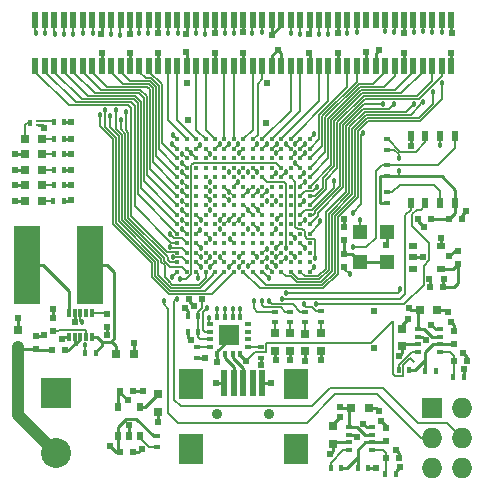
<source format=gbr>
%FSLAX46Y46*%
G04 Gerber Fmt 4.6, Leading zero omitted, Abs format (unit mm)*
G04 Created by KiCad (PCBNEW (2014-10-25 BZR 5223)-product) date 02/11/2014 18:34:45*
%MOMM*%
G01*
G04 APERTURE LIST*
%ADD10C,0.100000*%
%ADD11C,0.406400*%
%ADD12R,1.290000X1.240000*%
%ADD13R,0.600000X0.400000*%
%ADD14R,0.600000X0.347980*%
%ADD15R,0.347980X0.600000*%
%ADD16R,1.750000X1.750000*%
%ADD17R,0.400000X0.600000*%
%ADD18R,0.500000X0.600000*%
%ADD19R,0.508000X1.371600*%
%ADD20R,0.800000X0.750000*%
%ADD21R,0.750000X0.800000*%
%ADD22R,0.600000X0.500000*%
%ADD23R,0.797560X0.797560*%
%ADD24R,2.300000X6.600000*%
%ADD25R,2.540000X2.540000*%
%ADD26C,2.540000*%
%ADD27R,1.727200X1.727200*%
%ADD28O,1.727200X1.727200*%
%ADD29R,0.610000X0.300000*%
%ADD30R,0.300000X0.700000*%
%ADD31R,0.500380X0.800100*%
%ADD32R,0.355600X0.228600*%
%ADD33R,0.355600X0.609600*%
%ADD34R,0.800100X0.500380*%
%ADD35R,0.500000X0.850000*%
%ADD36R,1.998980X2.499360*%
%ADD37C,0.909320*%
%ADD38R,0.500380X2.301240*%
%ADD39C,0.609600*%
%ADD40C,0.457199*%
%ADD41C,0.457200*%
%ADD42C,0.127000*%
%ADD43C,0.254000*%
%ADD44C,1.016000*%
G04 APERTURE END LIST*
D10*
D11*
X74399300Y-113149300D03*
X75199400Y-113149300D03*
X75999500Y-113149300D03*
X76799600Y-113149300D03*
X77599700Y-113149300D03*
X78399800Y-113149300D03*
X79199900Y-113149300D03*
X80000000Y-113149300D03*
X80800100Y-113149300D03*
X81600200Y-113149300D03*
X82400300Y-113149300D03*
X83200400Y-113149300D03*
X84000500Y-113149300D03*
X84800600Y-113149300D03*
X85600700Y-113149300D03*
X74399300Y-113949400D03*
X75199400Y-113949400D03*
X75999500Y-113949400D03*
X76799600Y-113949400D03*
X77599700Y-113949400D03*
X78399800Y-113949400D03*
X79199900Y-113949400D03*
X80000000Y-113949400D03*
X80800100Y-113949400D03*
X81600200Y-113949400D03*
X82400300Y-113949400D03*
X83200400Y-113949400D03*
X84000500Y-113949400D03*
X84800600Y-113949400D03*
X85600700Y-113949400D03*
X74399300Y-114749500D03*
X75199400Y-114749500D03*
X75999500Y-114749500D03*
X76799600Y-114749500D03*
X77599700Y-114749500D03*
X78399800Y-114749500D03*
X79199900Y-114749500D03*
X80000000Y-114749500D03*
X80800100Y-114749500D03*
X81600200Y-114749500D03*
X82400300Y-114749500D03*
X83200400Y-114749500D03*
X84000500Y-114749500D03*
X84800600Y-114749500D03*
X85600700Y-114749500D03*
X74399300Y-115549600D03*
X75199400Y-115549600D03*
X75999500Y-115549600D03*
X76799600Y-115549600D03*
X77599700Y-115549600D03*
X78399800Y-115549600D03*
X79199900Y-115549600D03*
X80000000Y-115549600D03*
X80800100Y-115549600D03*
X81600200Y-115549600D03*
X82400300Y-115549600D03*
X83200400Y-115549600D03*
X84000500Y-115549600D03*
X84800600Y-115549600D03*
X85600700Y-115549600D03*
X74399300Y-116349700D03*
X75199400Y-116349700D03*
X75999500Y-116349700D03*
X76799600Y-116349700D03*
X77599700Y-116349700D03*
X78399800Y-116349700D03*
X79199900Y-116349700D03*
X80000000Y-116349700D03*
X80800100Y-116349700D03*
X81600200Y-116349700D03*
X82400300Y-116349700D03*
X83200400Y-116349700D03*
X84000500Y-116349700D03*
X84800600Y-116349700D03*
X85600700Y-116349700D03*
X74399300Y-117149800D03*
X75199400Y-117149800D03*
X75999500Y-117149800D03*
X76799600Y-117149800D03*
X77599700Y-117149800D03*
X78399800Y-117149800D03*
X79199900Y-117149800D03*
X80000000Y-117149800D03*
X80800100Y-117149800D03*
X81600200Y-117149800D03*
X82400300Y-117149800D03*
X83200400Y-117149800D03*
X84000500Y-117149800D03*
X84800600Y-117149800D03*
X85600700Y-117149800D03*
X74399300Y-117949900D03*
X75199400Y-117949900D03*
X75999500Y-117949900D03*
X76799600Y-117949900D03*
X77599700Y-117949900D03*
X78399800Y-117949900D03*
X79199900Y-117949900D03*
X80000000Y-117949900D03*
X80800100Y-117949900D03*
X81600200Y-117949900D03*
X82400300Y-117949900D03*
X83200400Y-117949900D03*
X84000500Y-117949900D03*
X84800600Y-117949900D03*
X85600700Y-117949900D03*
X74399300Y-118750000D03*
X75199400Y-118750000D03*
X75999500Y-118750000D03*
X76799600Y-118750000D03*
X77599700Y-118750000D03*
X78399800Y-118750000D03*
X79199900Y-118750000D03*
X80000000Y-118750000D03*
X80800100Y-118750000D03*
X81600200Y-118750000D03*
X82400300Y-118750000D03*
X83200400Y-118750000D03*
X84000500Y-118750000D03*
X84800600Y-118750000D03*
X85600700Y-118750000D03*
X74399300Y-119550100D03*
X75199400Y-119550100D03*
X75999500Y-119550100D03*
X76799600Y-119550100D03*
X77599700Y-119550100D03*
X78399800Y-119550100D03*
X79199900Y-119550100D03*
X80000000Y-119550100D03*
X80800100Y-119550100D03*
X81600200Y-119550100D03*
X82400300Y-119550100D03*
X83200400Y-119550100D03*
X84000500Y-119550100D03*
X84800600Y-119550100D03*
X85600700Y-119550100D03*
X74399300Y-120350200D03*
X75199400Y-120350200D03*
X75999500Y-120350200D03*
X76799600Y-120350200D03*
X77599700Y-120350200D03*
X78399800Y-120350200D03*
X79199900Y-120350200D03*
X80000000Y-120350200D03*
X80800100Y-120350200D03*
X81600200Y-120350200D03*
X82400300Y-120350200D03*
X83200400Y-120350200D03*
X84000500Y-120350200D03*
X84800600Y-120350200D03*
X85600700Y-120350200D03*
X74399300Y-121150300D03*
X75199400Y-121150300D03*
X75999500Y-121150300D03*
X76799600Y-121150300D03*
X77599700Y-121150300D03*
X78399800Y-121150300D03*
X79199900Y-121150300D03*
X80000000Y-121150300D03*
X80800100Y-121150300D03*
X81600200Y-121150300D03*
X82400300Y-121150300D03*
X83200400Y-121150300D03*
X84000500Y-121150300D03*
X84800600Y-121150300D03*
X85600700Y-121150300D03*
X74399300Y-121950400D03*
X75199400Y-121950400D03*
X75999500Y-121950400D03*
X76799600Y-121950400D03*
X77599700Y-121950400D03*
X78399800Y-121950400D03*
X79199900Y-121950400D03*
X80000000Y-121950400D03*
X80800100Y-121950400D03*
X81600200Y-121950400D03*
X82400300Y-121950400D03*
X83200400Y-121950400D03*
X84000500Y-121950400D03*
X84800600Y-121950400D03*
X85600700Y-121950400D03*
X74399300Y-122750500D03*
X75199400Y-122750500D03*
X75999500Y-122750500D03*
X76799600Y-122750500D03*
X77599700Y-122750500D03*
X78399800Y-122750500D03*
X79199900Y-122750500D03*
X80000000Y-122750500D03*
X80800100Y-122750500D03*
X81600200Y-122750500D03*
X82400300Y-122750500D03*
X83200400Y-122750500D03*
X84000500Y-122750500D03*
X84800600Y-122750500D03*
X85600700Y-122750500D03*
X74399300Y-123550600D03*
X75199400Y-123550600D03*
X75999500Y-123550600D03*
X76799600Y-123550600D03*
X77599700Y-123550600D03*
X78399800Y-123550600D03*
X79199900Y-123550600D03*
X80000000Y-123550600D03*
X80800100Y-123550600D03*
X81600200Y-123550600D03*
X82400300Y-123550600D03*
X83200400Y-123550600D03*
X84000500Y-123550600D03*
X84800600Y-123550600D03*
X85600700Y-123550600D03*
X74399300Y-124350700D03*
X75199400Y-124350700D03*
X75999500Y-124350700D03*
X76799600Y-124350700D03*
X77599700Y-124350700D03*
X78399800Y-124350700D03*
X79199900Y-124350700D03*
X80000000Y-124350700D03*
X80800100Y-124350700D03*
X81600200Y-124350700D03*
X82400300Y-124350700D03*
X83200400Y-124350700D03*
X84000500Y-124350700D03*
X84800600Y-124350700D03*
X85600700Y-124350700D03*
D12*
X89875000Y-121030000D03*
X89875000Y-123570000D03*
X92125000Y-123570000D03*
X92125000Y-121030000D03*
D13*
X83965000Y-127735000D03*
X83965000Y-128635000D03*
D14*
X80369600Y-130731620D03*
X80369600Y-130081380D03*
X80369600Y-129436220D03*
X80369600Y-128785980D03*
D15*
X79742420Y-128158800D03*
X79092180Y-128158800D03*
X78447020Y-128158800D03*
X77796780Y-128158800D03*
D14*
X77169600Y-128785980D03*
X77169600Y-129436220D03*
X77169600Y-130081380D03*
X77169600Y-130731620D03*
D15*
X77796780Y-131358800D03*
X78447020Y-131358800D03*
X79092180Y-131358800D03*
X79742420Y-131358800D03*
D16*
X78769600Y-129758800D03*
D17*
X67487140Y-131234720D03*
X66587140Y-131234720D03*
D18*
X68479860Y-127933900D03*
X68479860Y-129033900D03*
D19*
X62397800Y-106981200D03*
X62397800Y-103018800D03*
X63197900Y-106981200D03*
X63197900Y-103018800D03*
X63998000Y-106981200D03*
X63998000Y-103018800D03*
X64798100Y-106981200D03*
X64798100Y-103018800D03*
X65598200Y-106981200D03*
X65598200Y-103018800D03*
X66398300Y-106981200D03*
X66398300Y-103018800D03*
X67198400Y-106981200D03*
X67198400Y-103018800D03*
X67998500Y-106981200D03*
X67998500Y-103018800D03*
X68798600Y-106981200D03*
X68798600Y-103018800D03*
X69598700Y-106981200D03*
X69598700Y-103018800D03*
X70398800Y-106981200D03*
X70398800Y-103018800D03*
X71198900Y-106981200D03*
X71198900Y-103018800D03*
X71999000Y-106981200D03*
X71999000Y-103018800D03*
X72799100Y-106981200D03*
X72799100Y-103018800D03*
X73599200Y-106981200D03*
X73599200Y-103018800D03*
X74399300Y-106981200D03*
X74399300Y-103018800D03*
X75199400Y-106981200D03*
X75199400Y-103018800D03*
X75999500Y-106981200D03*
X75999500Y-103018800D03*
X76799600Y-106981200D03*
X76799600Y-103018800D03*
X77599700Y-106981200D03*
X77599700Y-103018800D03*
X78399800Y-106981200D03*
X78399800Y-103018800D03*
X79199900Y-106981200D03*
X79199900Y-103018800D03*
X80000000Y-106981200D03*
X80000000Y-103018800D03*
X80800100Y-106981200D03*
X80800100Y-103018800D03*
X81600200Y-106981200D03*
X81600200Y-103018800D03*
X82400300Y-106981200D03*
X82400300Y-103018800D03*
X83200400Y-106981200D03*
X83200400Y-103018800D03*
X84000500Y-106981200D03*
X84000500Y-103018800D03*
X84800600Y-106981200D03*
X84800600Y-103018800D03*
X85600700Y-106981200D03*
X85600700Y-103018800D03*
X86400800Y-106981200D03*
X86400800Y-103018800D03*
X87200900Y-106981200D03*
X87200900Y-103018800D03*
X88001000Y-106981200D03*
X88001000Y-103018800D03*
X88801100Y-106981200D03*
X88801100Y-103018800D03*
X89601200Y-106981200D03*
X89601200Y-103018800D03*
X90401300Y-106981200D03*
X90401300Y-103018800D03*
X91201400Y-106981200D03*
X91201400Y-103018800D03*
X92001500Y-106981200D03*
X92001500Y-103018800D03*
X92801600Y-106981200D03*
X92801600Y-103018800D03*
X93601700Y-106981200D03*
X93601700Y-103018800D03*
X94401800Y-106981200D03*
X94401800Y-103018800D03*
X95201900Y-106981200D03*
X95201900Y-103018800D03*
X96002000Y-106981200D03*
X96002000Y-103018800D03*
X96802100Y-106981200D03*
X96802100Y-103018800D03*
X97602200Y-106981200D03*
X97602200Y-103018800D03*
D20*
X69246240Y-131293140D03*
X70746240Y-131293140D03*
D21*
X87624720Y-138947080D03*
X87624720Y-137447080D03*
D22*
X92114080Y-140117320D03*
X93214080Y-140117320D03*
D20*
X89148020Y-135865360D03*
X90648020Y-135865360D03*
D21*
X60913200Y-130757900D03*
X60913200Y-129257900D03*
D18*
X62411800Y-130885560D03*
X62411800Y-129785560D03*
X63905320Y-129394580D03*
X63905320Y-128294580D03*
X92095120Y-138724220D03*
X92095120Y-137624220D03*
D21*
X93391620Y-130679960D03*
X93391620Y-129179960D03*
D22*
X97855580Y-131885760D03*
X98955580Y-131885760D03*
D20*
X94935240Y-127565220D03*
X96435240Y-127565220D03*
D18*
X97872180Y-130444400D03*
X97872180Y-129344400D03*
D22*
X69550000Y-139650000D03*
X70650000Y-139650000D03*
X69550000Y-134450000D03*
X70650000Y-134450000D03*
D21*
X72800000Y-134700000D03*
X72800000Y-136200000D03*
D22*
X76500000Y-126700000D03*
X75400000Y-126700000D03*
D18*
X98150000Y-123700000D03*
X98150000Y-122600000D03*
X88550000Y-122900000D03*
X88550000Y-124000000D03*
D22*
X97400000Y-119900000D03*
X98500000Y-119900000D03*
D23*
X62974300Y-113125000D03*
X61475700Y-113125000D03*
X82695000Y-129575700D03*
X82695000Y-131074300D03*
X83965000Y-129575700D03*
X83965000Y-131074300D03*
X85250000Y-129600700D03*
X85250000Y-131099300D03*
X86575000Y-129575700D03*
X86575000Y-131074300D03*
X62974300Y-118355000D03*
X61475700Y-118355000D03*
X62974300Y-117025000D03*
X61475700Y-117025000D03*
X62974300Y-115725000D03*
X61475700Y-115725000D03*
X62974300Y-114425000D03*
X61475700Y-114425000D03*
D22*
X63792200Y-130998500D03*
X64892200Y-130998500D03*
X96900000Y-125650000D03*
X95800000Y-125650000D03*
D18*
X88550000Y-121700000D03*
X88550000Y-120600000D03*
D22*
X94800000Y-119900000D03*
X95900000Y-119900000D03*
D24*
X67050000Y-123800000D03*
X61650000Y-123800000D03*
D25*
X64100000Y-134610000D03*
D26*
X64100000Y-139690000D03*
D27*
X95980000Y-135910000D03*
D28*
X98520000Y-135910000D03*
X95980000Y-138450000D03*
X98520000Y-138450000D03*
X95980000Y-140990000D03*
X98520000Y-140990000D03*
D29*
X88963260Y-137496400D03*
X88963260Y-138146400D03*
X88963260Y-138796400D03*
X88963260Y-139446400D03*
X90863260Y-139446400D03*
X90863260Y-138796400D03*
X90863260Y-138146400D03*
X90863260Y-137496400D03*
D30*
X65209100Y-127852200D03*
X65709100Y-127852200D03*
X66709100Y-127852200D03*
X66209100Y-127852200D03*
X67209100Y-127852200D03*
X67209100Y-129852200D03*
X66209100Y-129852200D03*
X66709100Y-129852200D03*
X65709100Y-129852200D03*
X65209100Y-129852200D03*
D29*
X94755560Y-129198800D03*
X94755560Y-129848800D03*
X94755560Y-130498800D03*
X94755560Y-131148800D03*
X96655560Y-131148800D03*
X96655560Y-130498800D03*
X96655560Y-129848800D03*
X96655560Y-129198800D03*
D31*
X69350040Y-138248880D03*
X70300000Y-138248880D03*
X71249960Y-138248880D03*
X69350040Y-135851120D03*
X71249960Y-135851120D03*
D32*
X62605200Y-111965500D03*
X62605200Y-111584500D03*
D33*
X61944800Y-111775000D03*
D17*
X92908340Y-141476220D03*
X92008340Y-141476220D03*
X87398240Y-140947900D03*
X88298240Y-140947900D03*
X89676620Y-140947900D03*
X90576620Y-140947900D03*
X75300000Y-129500000D03*
X76200000Y-129500000D03*
X98642220Y-133290380D03*
X97742220Y-133290380D03*
D13*
X81450000Y-131650000D03*
X81450000Y-130750000D03*
D17*
X76200000Y-128100000D03*
X75300000Y-128100000D03*
X93162600Y-132713800D03*
X94062600Y-132713800D03*
X95397800Y-132739200D03*
X96297800Y-132739200D03*
D13*
X72700000Y-138300000D03*
X72700000Y-139200000D03*
D17*
X64825000Y-113125000D03*
X63925000Y-113125000D03*
D13*
X82695000Y-127735000D03*
X82695000Y-128635000D03*
X85250000Y-127750000D03*
X85250000Y-128650000D03*
X86575000Y-127725000D03*
X86575000Y-128625000D03*
D17*
X64815000Y-118355000D03*
X63915000Y-118355000D03*
X64825000Y-117025000D03*
X63925000Y-117025000D03*
X64825000Y-115725000D03*
X63925000Y-115725000D03*
X64825000Y-114425000D03*
X63925000Y-114425000D03*
X64825000Y-111675000D03*
X63925000Y-111675000D03*
D13*
X76050000Y-130750000D03*
X76050000Y-131650000D03*
X92150000Y-114050000D03*
X92150000Y-113150000D03*
X92150000Y-116250000D03*
X92150000Y-115350000D03*
X92150000Y-118550000D03*
X92150000Y-117650000D03*
D34*
X94351120Y-122200040D03*
X94351120Y-123150000D03*
X94351120Y-124099960D03*
X96748880Y-122200040D03*
X96748880Y-124099960D03*
D35*
X94150000Y-118550000D03*
X95415000Y-118550000D03*
X96685000Y-118550000D03*
X97950000Y-118550000D03*
X97950000Y-112850000D03*
X96685000Y-112850000D03*
X95415000Y-112850000D03*
X94150000Y-112850000D03*
D36*
X75549920Y-139399560D03*
X75549920Y-133900460D03*
X84450080Y-133900460D03*
X84450080Y-139399560D03*
D37*
X77800360Y-136399820D03*
X82199640Y-136399820D03*
D38*
X81600200Y-133798860D03*
X80800100Y-133798860D03*
X80000000Y-133798860D03*
X79199900Y-133798860D03*
X78399800Y-133798860D03*
D39*
X63134809Y-129750000D03*
D40*
X74000000Y-112750000D03*
X78820484Y-117582091D03*
X89000000Y-124550000D03*
D39*
X91050000Y-130850000D03*
X82000000Y-108400000D03*
X75250000Y-108350000D03*
D40*
X77194788Y-116744776D03*
X84367862Y-123129526D03*
X84379630Y-121517782D03*
D39*
X96750000Y-121500000D03*
X75050000Y-127400000D03*
X75850000Y-127300000D03*
X77800000Y-132000000D03*
D41*
X86001860Y-112737900D03*
X84388456Y-114351581D03*
X82000249Y-113539453D03*
X82770566Y-115992626D03*
X85202810Y-116742056D03*
X78799849Y-113539453D03*
X75575725Y-114336416D03*
X74799350Y-116739853D03*
X81200150Y-117539953D03*
X80428792Y-119167600D03*
X74812273Y-119973752D03*
X78747494Y-119987557D03*
X82798386Y-120742357D03*
X85210547Y-119950151D03*
X81976308Y-123186609D03*
X85984080Y-123979940D03*
X73941940Y-124787660D03*
X77999750Y-123140653D03*
D39*
X88000840Y-105851960D03*
X97609660Y-105849420D03*
X97622360Y-104152700D03*
X93596460Y-105877360D03*
X93609160Y-104165400D03*
X87980520Y-104165400D03*
X90403680Y-105796080D03*
X85595460Y-105836720D03*
X85582760Y-104233980D03*
X79994760Y-105862120D03*
X79994760Y-104099360D03*
X77597000Y-104152700D03*
X77571600Y-105808780D03*
X75158600Y-105796080D03*
X75158600Y-104193340D03*
X72801480Y-105821480D03*
X72776080Y-104152700D03*
X70365620Y-104233980D03*
X70403720Y-105849420D03*
X67980560Y-104233980D03*
X68008500Y-105849420D03*
X68484940Y-129746280D03*
X64621600Y-130068860D03*
X65706180Y-128593120D03*
X63902780Y-127518700D03*
X60890340Y-128301020D03*
X70758240Y-130399060D03*
X91658240Y-136967720D03*
X89659260Y-138334240D03*
X90166009Y-137217873D03*
X88211460Y-136683240D03*
X91516000Y-136180320D03*
X92933320Y-139436600D03*
X91246760Y-140968220D03*
X93917400Y-128339920D03*
X97580080Y-128614240D03*
X95926540Y-128830140D03*
X97290520Y-127778580D03*
X95458746Y-130181764D03*
X98603700Y-131205040D03*
X71500000Y-134450000D03*
X70300000Y-137350000D03*
X71400000Y-139350000D03*
X72800000Y-137050000D03*
X94150000Y-113700000D03*
X98850000Y-119200000D03*
X97450000Y-123050000D03*
X95250000Y-123150000D03*
X63125000Y-112175000D03*
X60675000Y-114425000D03*
X60675000Y-115725000D03*
X60675000Y-117025000D03*
X60675000Y-118375000D03*
X86575000Y-131875000D03*
X83975000Y-131875000D03*
X82725000Y-131875000D03*
X92100000Y-122100000D03*
D40*
X82800350Y-118359848D03*
X80390151Y-120750251D03*
X80409949Y-115949650D03*
X77199650Y-117559748D03*
X76404412Y-123145575D03*
D39*
X85250000Y-131900000D03*
X82300000Y-133800000D03*
X81450000Y-132250000D03*
X82399661Y-104300094D03*
X98654690Y-132567562D03*
X93276220Y-140866620D03*
X87370720Y-139794740D03*
X93135080Y-131486980D03*
X65425000Y-113125000D03*
X65425000Y-115725000D03*
D40*
X81200000Y-120742349D03*
X77994888Y-119955125D03*
X79567776Y-116770325D03*
X85171008Y-118392757D03*
D39*
X81950000Y-111750000D03*
X75350000Y-111550000D03*
D40*
X77189752Y-119150049D03*
X78789951Y-115949649D03*
X73780000Y-121170000D03*
X77199651Y-121560248D03*
X74800000Y-118350000D03*
X74820367Y-115182230D03*
X81176064Y-115913422D03*
X85204953Y-122355984D03*
X83580044Y-123182530D03*
X82800000Y-122350000D03*
D39*
X95300000Y-120600000D03*
X88150000Y-135850000D03*
X95750000Y-124950000D03*
X65425000Y-114425000D03*
X88550000Y-119900000D03*
D40*
X82000000Y-117550000D03*
X77989851Y-120750250D03*
X78850000Y-121600000D03*
X79605094Y-115944958D03*
X77179349Y-118318089D03*
X77189752Y-119150049D03*
X77200000Y-123150000D03*
X79600000Y-123950000D03*
X82820756Y-119918170D03*
X73997828Y-113550000D03*
X77204455Y-114354482D03*
X79590051Y-114349451D03*
X82794924Y-114345039D03*
X83600000Y-115950000D03*
X84390652Y-115149550D03*
D39*
X91506030Y-105600000D03*
X91050000Y-127650000D03*
X93998680Y-127438220D03*
X65425000Y-111675000D03*
D40*
X81200000Y-119150000D03*
X80400000Y-117550000D03*
X79600000Y-119950000D03*
X82000249Y-118340052D03*
X78767892Y-118329564D03*
D39*
X75535766Y-130175091D03*
X68700000Y-139150000D03*
X65425000Y-118325000D03*
X80250000Y-131900000D03*
X77700000Y-133800000D03*
X76750000Y-131650000D03*
X70200000Y-135250000D03*
X65425000Y-117025000D03*
X96950000Y-124950000D03*
D40*
X93150000Y-115800000D03*
X93150000Y-114750000D03*
D39*
X82900000Y-105550000D03*
D41*
X62440820Y-104173020D03*
X67867281Y-111069548D03*
X68303140Y-110680550D03*
X63197740Y-104150160D03*
X64018160Y-104233980D03*
X68727320Y-111183420D03*
X69199749Y-110680550D03*
X64808100Y-104233980D03*
X65575180Y-104231440D03*
X69618850Y-111490760D03*
X70037960Y-110810040D03*
X66408300Y-104185720D03*
X92001340Y-104018080D03*
X91826080Y-110159840D03*
X92788740Y-104053640D03*
X92788740Y-110159840D03*
X94452440Y-110167420D03*
X94416880Y-104030780D03*
X95204280Y-104013000D03*
X95222060Y-109966760D03*
X96009460Y-104048560D03*
X96027240Y-109161580D03*
X96814640Y-104099360D03*
X96832420Y-108389420D03*
D40*
X83600450Y-122340551D03*
X73240000Y-126800000D03*
X84395689Y-113554324D03*
X74370000Y-126642948D03*
X74600000Y-125000000D03*
X86065141Y-123239870D03*
D41*
X66364123Y-128650057D03*
X66607880Y-130592100D03*
D40*
X76399551Y-119960049D03*
X89860000Y-120010000D03*
X77200000Y-123950000D03*
X78450000Y-127500000D03*
X80420853Y-123918215D03*
X79750000Y-127500000D03*
X78800000Y-123950000D03*
X79100000Y-127500000D03*
X76350000Y-120800000D03*
X76950000Y-127400000D03*
X76400000Y-122350000D03*
X77100000Y-128250000D03*
X86120143Y-127104434D03*
D41*
X82800000Y-123150000D03*
X80900000Y-126850000D03*
X79600000Y-123150000D03*
D40*
X81138104Y-123105616D03*
D41*
X81550000Y-126850000D03*
D40*
X93280891Y-125850000D03*
X83602764Y-126196262D03*
D41*
X96650000Y-113650000D03*
X82779364Y-123918008D03*
D40*
X81966743Y-122397957D03*
D41*
X82200000Y-126850000D03*
X85100000Y-127100000D03*
X82169108Y-124859433D03*
D40*
X89250000Y-122300000D03*
X76143510Y-124906490D03*
X77800000Y-127500000D03*
X76400000Y-123950000D03*
X83255405Y-126665975D03*
D41*
X82031835Y-123970711D03*
D40*
X74000000Y-123150000D03*
D41*
X67231260Y-104134920D03*
D40*
X73755088Y-122303359D03*
D41*
X68826380Y-104203500D03*
D40*
X74820003Y-120782513D03*
D41*
X69575680Y-104338120D03*
X71188580Y-104160320D03*
X74798903Y-119159488D03*
X71950580Y-104167940D03*
X74789453Y-117549850D03*
X73591420Y-104167940D03*
X74799350Y-115939754D03*
X74442320Y-104137460D03*
X74816478Y-114377718D03*
X76024740Y-104137460D03*
X76358584Y-113606231D03*
X76758800Y-104195880D03*
X77999750Y-113539453D03*
X78458060Y-104167940D03*
X79570580Y-113576100D03*
X79220060Y-104167940D03*
X81180454Y-113580520D03*
X80772000Y-104167940D03*
X82810247Y-113549350D03*
D40*
X83600000Y-113550000D03*
D41*
X81592420Y-104079040D03*
X84025740Y-104137460D03*
X85210547Y-113549351D03*
X84759800Y-104226360D03*
X85210548Y-114349449D03*
X86408260Y-104226360D03*
X85163873Y-115974209D03*
D40*
X86249383Y-117149383D03*
D41*
X87170260Y-104226360D03*
D40*
X87650000Y-116652059D03*
D41*
X88783160Y-104155240D03*
D40*
X90162085Y-112612085D03*
X89300000Y-119350000D03*
X86500000Y-120100000D03*
D41*
X89588340Y-104028240D03*
D42*
X82400300Y-122750500D02*
X82400300Y-122749700D01*
X84000500Y-123550600D02*
X83982666Y-123550600D01*
X84800600Y-123550600D02*
X84799400Y-123550600D01*
X80383380Y-129450000D02*
X80369600Y-129436220D01*
X80383620Y-128800000D02*
X80369600Y-128785980D01*
D43*
X62411800Y-130885560D02*
X61040860Y-130885560D01*
X62524740Y-130998500D02*
X62411800Y-130885560D01*
X61040860Y-130885560D02*
X60913200Y-130757900D01*
X63792200Y-130998500D02*
X62524740Y-130998500D01*
D44*
X60913200Y-130757900D02*
X60913200Y-136503200D01*
X60913200Y-136503200D02*
X64100000Y-139690000D01*
D43*
X62411800Y-129785560D02*
X63099249Y-129785560D01*
X63099249Y-129785560D02*
X63134809Y-129750000D01*
D42*
X74399300Y-113149300D02*
X74000000Y-112750000D01*
X75199400Y-113949400D02*
X75199400Y-113960091D01*
X75199400Y-113960091D02*
X75575725Y-114336416D01*
X78399800Y-117149800D02*
X78399800Y-117161407D01*
X78399800Y-117161407D02*
X78820484Y-117582091D01*
X79199900Y-117949900D02*
X79188293Y-117949900D01*
X79188293Y-117949900D02*
X78820484Y-117582091D01*
X79199900Y-119550100D02*
X79184951Y-119550100D01*
X79184951Y-119550100D02*
X78747494Y-119987557D01*
X80000000Y-118750000D02*
X80011192Y-118750000D01*
X80011192Y-118750000D02*
X80428792Y-119167600D01*
X88550000Y-124000000D02*
X88550000Y-124100000D01*
X88550000Y-124100000D02*
X89000000Y-124550000D01*
X84000500Y-122750500D02*
X84000500Y-122762164D01*
X84000500Y-122762164D02*
X84367862Y-123129526D01*
X84000500Y-121150300D02*
X84012148Y-121150300D01*
X84012148Y-121150300D02*
X84379630Y-121517782D01*
X84000500Y-122750500D02*
X84000500Y-122749500D01*
D43*
X96748880Y-122200040D02*
X96748880Y-121501120D01*
X96748880Y-121501120D02*
X96750000Y-121500000D01*
D42*
X84000500Y-122750500D02*
X84012071Y-122750500D01*
D43*
X75300000Y-128100000D02*
X75300000Y-127650000D01*
X75300000Y-127650000D02*
X75050000Y-127400000D01*
X75400000Y-126700000D02*
X75400000Y-126850000D01*
X75400000Y-126850000D02*
X75850000Y-127300000D01*
X77796780Y-131358800D02*
X77796780Y-131996780D01*
X77796780Y-131996780D02*
X77800000Y-132000000D01*
X78769600Y-130105028D02*
X78769600Y-129758800D01*
X77796780Y-131077848D02*
X78769600Y-130105028D01*
X77796780Y-131358800D02*
X77796780Y-131077848D01*
D42*
X75199400Y-113949400D02*
X75171102Y-113949400D01*
X74399300Y-113149300D02*
X74399300Y-113139380D01*
X85600700Y-113139060D02*
X86001860Y-112737900D01*
X85600700Y-113149300D02*
X85600700Y-113139060D01*
X84000500Y-114739537D02*
X84388456Y-114351581D01*
X84000500Y-114749500D02*
X84000500Y-114739537D01*
X81600200Y-113939502D02*
X82000249Y-113539453D01*
X81600200Y-113949400D02*
X81600200Y-113939502D01*
X82413492Y-116349700D02*
X82770566Y-115992626D01*
X82400300Y-116349700D02*
X82413492Y-116349700D01*
X84800600Y-117144266D02*
X85202810Y-116742056D01*
X84800600Y-117149800D02*
X84800600Y-117144266D01*
X78399800Y-113939502D02*
X78799849Y-113539453D01*
X78399800Y-113949400D02*
X78399800Y-113939502D01*
X75988809Y-114749500D02*
X75575725Y-114336416D01*
X75999500Y-114749500D02*
X75988809Y-114749500D01*
X75199400Y-117139903D02*
X74799350Y-116739853D01*
X75199400Y-117149800D02*
X75199400Y-117139903D01*
X78399800Y-117149800D02*
X78399800Y-117139960D01*
X79199900Y-117949900D02*
X79210015Y-117949900D01*
X80800100Y-117940003D02*
X81200150Y-117539953D01*
X80800100Y-117949900D02*
X80800100Y-117940003D01*
X80000000Y-118750000D02*
X79989874Y-118750000D01*
X80800100Y-119538908D02*
X80428792Y-119167600D01*
X80800100Y-119550100D02*
X80800100Y-119538908D01*
X75188721Y-120350200D02*
X74812273Y-119973752D01*
X75199400Y-120350200D02*
X75188721Y-120350200D01*
X79199900Y-119550100D02*
X79212020Y-119550100D01*
X78399800Y-120335251D02*
X78747494Y-119987557D01*
X78399800Y-120350200D02*
X78399800Y-120335251D01*
X82400300Y-121140443D02*
X82798386Y-120742357D01*
X82400300Y-121150300D02*
X82400300Y-121140443D01*
X84810498Y-120350200D02*
X85210547Y-119950151D01*
X84800600Y-120350200D02*
X84810498Y-120350200D01*
X84000500Y-121150300D02*
X84013602Y-121150300D01*
X84000500Y-122750500D02*
X84005937Y-122750500D01*
X81612317Y-123550600D02*
X81976308Y-123186609D01*
X81600200Y-123550600D02*
X81612317Y-123550600D01*
X85613320Y-124350700D02*
X85984080Y-123979940D01*
X85600700Y-124350700D02*
X85613320Y-124350700D01*
X74378900Y-124350700D02*
X73941940Y-124787660D01*
X74399300Y-124350700D02*
X74378900Y-124350700D01*
X75999500Y-122750500D02*
X75989604Y-122750500D01*
X78399800Y-123540703D02*
X77999750Y-123140653D01*
X78399800Y-123550600D02*
X78399800Y-123540703D01*
D43*
X88001000Y-105852120D02*
X88000840Y-105851960D01*
X88001000Y-106981200D02*
X88001000Y-105852120D01*
X97602200Y-105856880D02*
X97609660Y-105849420D01*
X97602200Y-106981200D02*
X97602200Y-105856880D01*
X97602200Y-104132540D02*
X97622360Y-104152700D01*
X97602200Y-103018800D02*
X97602200Y-104132540D01*
X93601700Y-105882600D02*
X93596460Y-105877360D01*
X93601700Y-106981200D02*
X93601700Y-105882600D01*
X93601700Y-104157940D02*
X93609160Y-104165400D01*
X93601700Y-103018800D02*
X93601700Y-104157940D01*
X88001000Y-104144920D02*
X87980520Y-104165400D01*
X88001000Y-103018800D02*
X88001000Y-104144920D01*
X90401300Y-105798460D02*
X90403680Y-105796080D01*
X90401300Y-106981200D02*
X90401300Y-105798460D01*
X85600700Y-105841960D02*
X85595460Y-105836720D01*
X85600700Y-106981200D02*
X85600700Y-105841960D01*
X85600700Y-104216040D02*
X85582760Y-104233980D01*
X85600700Y-103018800D02*
X85600700Y-104216040D01*
X80000000Y-105867360D02*
X79994760Y-105862120D01*
X80000000Y-106981200D02*
X80000000Y-105867360D01*
X80000000Y-104094120D02*
X79994760Y-104099360D01*
X80000000Y-103018800D02*
X80000000Y-104094120D01*
X77599700Y-104150000D02*
X77597000Y-104152700D01*
X77599700Y-103018800D02*
X77599700Y-104150000D01*
X77599700Y-105836880D02*
X77571600Y-105808780D01*
X77599700Y-106981200D02*
X77599700Y-105836880D01*
X75199400Y-105836880D02*
X75158600Y-105796080D01*
X75199400Y-106981200D02*
X75199400Y-105836880D01*
X75199400Y-104152540D02*
X75158600Y-104193340D01*
X75199400Y-103018800D02*
X75199400Y-104152540D01*
X72799100Y-105823860D02*
X72801480Y-105821480D01*
X72799100Y-106981200D02*
X72799100Y-105823860D01*
X72799100Y-104129680D02*
X72776080Y-104152700D01*
X72799100Y-103018800D02*
X72799100Y-104129680D01*
X70398800Y-104200800D02*
X70365620Y-104233980D01*
X70398800Y-103018800D02*
X70398800Y-104200800D01*
X70398800Y-105854340D02*
X70403720Y-105849420D01*
X70398800Y-106981200D02*
X70398800Y-105854340D01*
X67998500Y-104216040D02*
X67980560Y-104233980D01*
X67998500Y-103018800D02*
X67998500Y-104216040D01*
X67998500Y-105859420D02*
X68008500Y-105849420D01*
X67998500Y-106981200D02*
X67998500Y-105859420D01*
X68479860Y-129741200D02*
X68484940Y-129746280D01*
X68479860Y-129033900D02*
X68479860Y-129741200D01*
X64838260Y-129852200D02*
X64621600Y-130068860D01*
X65209100Y-129852200D02*
X64838260Y-129852200D01*
X65709100Y-128590200D02*
X65706180Y-128593120D01*
X65709100Y-127852200D02*
X65709100Y-128590200D01*
X63905320Y-127521240D02*
X63902780Y-127518700D01*
X63905320Y-128294580D02*
X63905320Y-127521240D01*
X60913200Y-128323880D02*
X60890340Y-128301020D01*
X60913200Y-129257900D02*
X60913200Y-128323880D01*
X70746240Y-130411060D02*
X70758240Y-130399060D01*
X70746240Y-131293140D02*
X70746240Y-130411060D01*
X92095120Y-137404600D02*
X91658240Y-136967720D01*
X92095120Y-137624220D02*
X92095120Y-137404600D01*
X89471420Y-138146400D02*
X89659260Y-138334240D01*
X88963260Y-138146400D02*
X89471420Y-138146400D01*
X90444536Y-137496400D02*
X90166009Y-137217873D01*
X90863260Y-137496400D02*
X90444536Y-137496400D01*
X87624720Y-137269980D02*
X88211460Y-136683240D01*
X87624720Y-137447080D02*
X87624720Y-137269980D01*
X91201040Y-135865360D02*
X91516000Y-136180320D01*
X90648020Y-135865360D02*
X91201040Y-135865360D01*
X93214080Y-139717360D02*
X92933320Y-139436600D01*
X93214080Y-140117320D02*
X93214080Y-139717360D01*
X91226440Y-140947900D02*
X91246760Y-140968220D01*
X90576620Y-140947900D02*
X91226440Y-140947900D01*
X93391620Y-128865700D02*
X93917400Y-128339920D01*
X93391620Y-129179960D02*
X93391620Y-128865700D01*
X97872180Y-128906340D02*
X97580080Y-128614240D01*
X97872180Y-129344400D02*
X97872180Y-128906340D01*
X96295200Y-129198800D02*
X95926540Y-128830140D01*
X96655560Y-129198800D02*
X96295200Y-129198800D01*
X97077160Y-127565220D02*
X97290520Y-127778580D01*
X96435240Y-127565220D02*
X97077160Y-127565220D01*
X95125782Y-129848800D02*
X95458746Y-130181764D01*
X94755560Y-129848800D02*
X95125782Y-129848800D01*
X98955580Y-131556920D02*
X98603700Y-131205040D01*
X98955580Y-131885760D02*
X98955580Y-131556920D01*
X70650000Y-134450000D02*
X71500000Y-134450000D01*
X70300000Y-138248880D02*
X70300000Y-137350000D01*
X71100000Y-139650000D02*
X71400000Y-139350000D01*
X70650000Y-139650000D02*
X71100000Y-139650000D01*
X72800000Y-136200000D02*
X72800000Y-137050000D01*
X94150000Y-112850000D02*
X94150000Y-113700000D01*
X98500000Y-119550000D02*
X98850000Y-119200000D01*
X98500000Y-119900000D02*
X98500000Y-119550000D01*
X97900000Y-122600000D02*
X97450000Y-123050000D01*
X98150000Y-122600000D02*
X97900000Y-122600000D01*
X94351120Y-123150000D02*
X95250000Y-123150000D01*
X62915500Y-111965500D02*
X63125000Y-112175000D01*
X62605200Y-111965500D02*
X62915500Y-111965500D01*
X61475700Y-114425000D02*
X60675000Y-114425000D01*
X61475700Y-115725000D02*
X60675000Y-115725000D01*
X61475700Y-117025000D02*
X60675000Y-117025000D01*
X60695000Y-118355000D02*
X60675000Y-118375000D01*
X61475700Y-118355000D02*
X60695000Y-118355000D01*
X86575000Y-131074300D02*
X86575000Y-131875000D01*
X83965000Y-131865000D02*
X83975000Y-131875000D01*
X83965000Y-131074300D02*
X83965000Y-131865000D01*
X82695000Y-131845000D02*
X82725000Y-131875000D01*
X82695000Y-131074300D02*
X82695000Y-131845000D01*
X92125000Y-122075000D02*
X92100000Y-122100000D01*
X92125000Y-121030000D02*
X92125000Y-122075000D01*
D42*
X76009337Y-122750500D02*
X76404412Y-123145575D01*
X75999500Y-122750500D02*
X76009337Y-122750500D01*
D43*
X85250000Y-131099300D02*
X85250000Y-131900000D01*
X82298860Y-133798860D02*
X82300000Y-133800000D01*
X81600200Y-133798860D02*
X82298860Y-133798860D01*
X81450000Y-131650000D02*
X81450000Y-132250000D01*
X83200400Y-103018800D02*
X83200400Y-103499355D01*
X83200400Y-103499355D02*
X82399661Y-104300094D01*
X82400300Y-103018800D02*
X82400300Y-104299455D01*
X82400300Y-104299455D02*
X82399661Y-104300094D01*
X98642220Y-133290380D02*
X98642220Y-132580032D01*
X98642220Y-132580032D02*
X98654690Y-132567562D01*
X68065981Y-130305081D02*
X68753165Y-130305081D01*
X67613100Y-129852200D02*
X68065981Y-130305081D01*
X67209100Y-129852200D02*
X67613100Y-129852200D01*
X68887181Y-130305081D02*
X68753165Y-130305081D01*
X69246240Y-130664140D02*
X68887181Y-130305081D01*
X69246240Y-131293140D02*
X69246240Y-130664140D01*
X68065981Y-130555879D02*
X68065981Y-130305081D01*
X67487140Y-131134720D02*
X68065981Y-130555879D01*
X67487140Y-131234720D02*
X67487140Y-131134720D01*
X87775400Y-138796400D02*
X87624720Y-138947080D01*
X88963260Y-138796400D02*
X87775400Y-138796400D01*
X92908340Y-141234500D02*
X93276220Y-140866620D01*
X92908340Y-141476220D02*
X92908340Y-141234500D01*
X93572780Y-130498800D02*
X93391620Y-130679960D01*
X94755560Y-130498800D02*
X93572780Y-130498800D01*
X87624720Y-139540740D02*
X87370720Y-139794740D01*
X87624720Y-138947080D02*
X87624720Y-139540740D01*
X93391620Y-131230440D02*
X93135080Y-131486980D01*
X93391620Y-130679960D02*
X93391620Y-131230440D01*
X64825000Y-113125000D02*
X65425000Y-113125000D01*
X64825000Y-115725000D02*
X65425000Y-115725000D01*
X69043741Y-130014505D02*
X68753165Y-130305081D01*
X69043741Y-124389741D02*
X69043741Y-130014505D01*
X68454000Y-123800000D02*
X69043741Y-124389741D01*
X67050000Y-123800000D02*
X68454000Y-123800000D01*
D42*
X80800100Y-120350200D02*
X80807851Y-120350200D01*
X80807851Y-120350200D02*
X81200000Y-120742349D01*
X78399800Y-119550100D02*
X78399800Y-119550213D01*
X78399800Y-119550213D02*
X77994888Y-119955125D01*
X79199900Y-117149800D02*
X79199900Y-117138201D01*
X79199900Y-117138201D02*
X79567776Y-116770325D01*
X84800600Y-118750000D02*
X84813765Y-118750000D01*
X84813765Y-118750000D02*
X85171008Y-118392757D01*
X74793001Y-121544001D02*
X74154001Y-121544001D01*
X74154001Y-121544001D02*
X73780000Y-121170000D01*
X75199400Y-121950400D02*
X74793001Y-121544001D01*
X76799600Y-121150300D02*
X76799600Y-121160197D01*
X76799600Y-121160197D02*
X77199651Y-121560248D01*
X75199400Y-118750000D02*
X75199400Y-118749400D01*
X75199400Y-118749400D02*
X74800000Y-118350000D01*
X75199400Y-115549600D02*
X75187737Y-115549600D01*
X75187737Y-115549600D02*
X74820367Y-115182230D01*
X75199400Y-118750000D02*
X75199400Y-118738452D01*
X80800100Y-115549600D02*
X80812242Y-115549600D01*
X80812242Y-115549600D02*
X81176064Y-115913422D01*
X84800600Y-121950400D02*
X84800600Y-121951631D01*
X84800600Y-121951631D02*
X85204953Y-122355984D01*
X84800600Y-121950400D02*
X84800600Y-121955392D01*
X84800600Y-121950400D02*
X84790702Y-121950400D01*
X83211974Y-123550600D02*
X83580044Y-123182530D01*
X83200400Y-123550600D02*
X83211974Y-123550600D01*
X84800600Y-118750000D02*
X84800600Y-118732100D01*
X84800600Y-121950400D02*
X84800600Y-121950600D01*
X83200400Y-121950400D02*
X83199600Y-121950400D01*
X83199600Y-121950400D02*
X82800000Y-122350000D01*
X84800600Y-121950400D02*
X84789016Y-121950400D01*
X83200400Y-121950400D02*
X83212050Y-121950400D01*
D43*
X94800000Y-119900000D02*
X94800000Y-120100000D01*
X94800000Y-120100000D02*
X95300000Y-120600000D01*
D42*
X84800600Y-121950400D02*
X84825799Y-121950400D01*
X76799600Y-121150300D02*
X76799600Y-121149600D01*
D43*
X89522260Y-137496400D02*
X88963260Y-137496400D01*
X89654260Y-137496400D02*
X89522260Y-137496400D01*
X90304260Y-138146400D02*
X89654260Y-137496400D01*
X90863260Y-138146400D02*
X90304260Y-138146400D01*
X88963260Y-136050120D02*
X89148020Y-135865360D01*
X88963260Y-137496400D02*
X88963260Y-136050120D01*
X88165360Y-135865360D02*
X88150000Y-135850000D01*
X89148020Y-135865360D02*
X88165360Y-135865360D01*
X95800000Y-125000000D02*
X95750000Y-124950000D01*
X95800000Y-125650000D02*
X95800000Y-125000000D01*
X64825000Y-114425000D02*
X65425000Y-114425000D01*
X88550000Y-120600000D02*
X88550000Y-119900000D01*
D42*
X80800100Y-120350200D02*
X80811685Y-120350200D01*
X78399800Y-119550100D02*
X78412856Y-119550100D01*
X81600200Y-117949800D02*
X82000000Y-117550000D01*
X81600200Y-117949900D02*
X81600200Y-117949800D01*
X79199900Y-121949900D02*
X78850000Y-121600000D01*
X79199900Y-121950400D02*
X79199900Y-121949900D01*
X80800100Y-115549600D02*
X80788484Y-115549600D01*
X76811160Y-117949900D02*
X77179349Y-118318089D01*
X76799600Y-117949900D02*
X76811160Y-117949900D01*
X83200400Y-121950400D02*
X83211989Y-121950400D01*
X84800600Y-121950400D02*
X84800600Y-121962669D01*
X76799600Y-123550400D02*
X77200000Y-123150000D01*
X76799600Y-123550600D02*
X76799600Y-123550400D01*
X75199400Y-121950400D02*
X75189564Y-121950400D01*
X76799600Y-121150300D02*
X76799600Y-121150400D01*
X79999400Y-123550600D02*
X79600000Y-123950000D01*
X80000000Y-123550600D02*
X79999400Y-123550600D01*
X83188826Y-119550100D02*
X82820756Y-119918170D01*
X83200400Y-119550100D02*
X83188826Y-119550100D01*
X84800600Y-118750000D02*
X84800000Y-118750000D01*
X75199400Y-118750000D02*
X75209298Y-118750000D01*
X75199400Y-115549600D02*
X75199600Y-115549600D01*
X74397228Y-113949400D02*
X73997828Y-113550000D01*
X74399300Y-113949400D02*
X74397228Y-113949400D01*
X76799600Y-113949627D02*
X77204455Y-114354482D01*
X76799600Y-113949400D02*
X76799600Y-113949627D01*
X79990102Y-113949400D02*
X79590051Y-114349451D01*
X80000000Y-113949400D02*
X79990102Y-113949400D01*
X83190563Y-113949400D02*
X82794924Y-114345039D01*
X83200400Y-113949400D02*
X83190563Y-113949400D01*
X83200400Y-116349600D02*
X83600000Y-115950000D01*
X83200400Y-116349700D02*
X83200400Y-116349600D01*
X84790702Y-115549600D02*
X84390652Y-115149550D01*
X84800600Y-115549600D02*
X84790702Y-115549600D01*
D43*
X91201400Y-106981200D02*
X91201400Y-105904630D01*
X91201400Y-105904630D02*
X91506030Y-105600000D01*
D42*
X80800100Y-118750000D02*
X80800100Y-118750100D01*
X80800100Y-118750100D02*
X81200000Y-119150000D01*
X80000000Y-117949900D02*
X80000100Y-117949900D01*
X80000100Y-117949900D02*
X80400000Y-117550000D01*
X80000000Y-119550100D02*
X79999900Y-119550100D01*
X79999900Y-119550100D02*
X79600000Y-119950000D01*
D43*
X94935240Y-127565220D02*
X94125680Y-127565220D01*
D42*
X91201400Y-106981200D02*
X91201400Y-107413000D01*
D43*
X96096560Y-129848800D02*
X96655560Y-129848800D01*
X95964560Y-129848800D02*
X96096560Y-129848800D01*
X95314560Y-129198800D02*
X95964560Y-129848800D01*
X94755560Y-129198800D02*
X95314560Y-129198800D01*
X94755560Y-127744900D02*
X94935240Y-127565220D01*
X94755560Y-129198800D02*
X94755560Y-127744900D01*
X94125680Y-127565220D02*
X93998680Y-127438220D01*
X64825000Y-111675000D02*
X65425000Y-111675000D01*
D42*
X80800100Y-118750000D02*
X80812281Y-118750000D01*
X81600100Y-119550100D02*
X81200000Y-119150000D01*
X81600200Y-119550100D02*
X81600100Y-119550100D01*
X80000000Y-117949900D02*
X80011586Y-117949900D01*
X80800100Y-117149900D02*
X80400000Y-117550000D01*
X80800100Y-117149800D02*
X80800100Y-117149900D01*
X78399800Y-117949900D02*
X78411388Y-117949900D01*
X80000000Y-119550100D02*
X80000100Y-119550100D01*
X79199900Y-120350100D02*
X79600000Y-119950000D01*
X79199900Y-120350200D02*
X79199900Y-120350100D01*
X78399800Y-117961472D02*
X78767892Y-118329564D01*
X78399800Y-117949900D02*
X78399800Y-117961472D01*
X92114080Y-139740320D02*
X92114080Y-140117320D01*
X91820160Y-139446400D02*
X92114080Y-139740320D01*
X90863260Y-139446400D02*
X91820160Y-139446400D01*
X92114080Y-141370480D02*
X92008340Y-141476220D01*
X92114080Y-140117320D02*
X92114080Y-141370480D01*
X64282320Y-129394580D02*
X63905320Y-129394580D01*
X64365201Y-129311699D02*
X64282320Y-129394580D01*
X66645599Y-129311699D02*
X64365201Y-129311699D01*
X66709100Y-129375200D02*
X66645599Y-129311699D01*
X66709100Y-129852200D02*
X66709100Y-129375200D01*
X67290800Y-127933900D02*
X67209100Y-127852200D01*
X68398160Y-127852200D02*
X68479860Y-127933900D01*
X67209100Y-127852200D02*
X68398160Y-127852200D01*
D43*
X92022940Y-138796400D02*
X92095120Y-138724220D01*
X90863260Y-138796400D02*
X92022940Y-138796400D01*
X89676620Y-140393900D02*
X89676620Y-140947900D01*
X90304260Y-138796400D02*
X89676620Y-139424040D01*
X90863260Y-138796400D02*
X90304260Y-138796400D01*
X88771110Y-140947900D02*
X88298240Y-140947900D01*
X89676620Y-140042390D02*
X88771110Y-140947900D01*
X89676620Y-139424040D02*
X89676620Y-140042390D01*
X89676620Y-140042390D02*
X89676620Y-140393900D01*
D42*
X97855580Y-133177020D02*
X97742220Y-133290380D01*
X97855580Y-131885760D02*
X97855580Y-133177020D01*
X97855580Y-131508760D02*
X97855580Y-131885760D01*
X97495620Y-131148800D02*
X97855580Y-131508760D01*
X96655560Y-131148800D02*
X97495620Y-131148800D01*
D43*
X97817780Y-130498800D02*
X97872180Y-130444400D01*
X96655560Y-130498800D02*
X97817780Y-130498800D01*
X95397800Y-132185200D02*
X95397800Y-132739200D01*
X96655560Y-130498800D02*
X96096560Y-130498800D01*
X96096560Y-130498800D02*
X95397800Y-131197560D01*
X94516600Y-132713800D02*
X94062600Y-132713800D01*
X95397800Y-131832600D02*
X94516600Y-132713800D01*
X95397800Y-131770190D02*
X95397800Y-131832600D01*
X95397800Y-131197560D02*
X95397800Y-131770190D01*
X95397800Y-131770190D02*
X95397800Y-132185200D01*
D42*
X80250000Y-131900000D02*
X81009499Y-131140501D01*
X81009499Y-131140501D02*
X81902401Y-131140501D01*
X81902401Y-131140501D02*
X81940501Y-131102401D01*
X81940501Y-131102401D02*
X81940501Y-130397599D01*
X81940501Y-130397599D02*
X90781745Y-130397599D01*
X90781745Y-130397599D02*
X92639779Y-128539565D01*
X92639779Y-128539565D02*
X92639779Y-133033881D01*
X92639779Y-133033881D02*
X92810199Y-133204301D01*
X92810199Y-133204301D02*
X93515001Y-133204301D01*
X93515001Y-133204301D02*
X93553101Y-133166201D01*
X93553101Y-133166201D02*
X93553101Y-132261399D01*
X93553101Y-132261399D02*
X94113416Y-131701084D01*
X94113416Y-131701084D02*
X94453101Y-132040769D01*
D43*
X75300000Y-129500000D02*
X75300000Y-129939325D01*
X75300000Y-129939325D02*
X75535766Y-130175091D01*
X69350040Y-139450040D02*
X69550000Y-139650000D01*
X69350040Y-138248880D02*
X69350040Y-139450040D01*
X69200000Y-139650000D02*
X68700000Y-139150000D01*
X69550000Y-139650000D02*
X69200000Y-139650000D01*
X69350040Y-137594830D02*
X69350040Y-138248880D01*
X69350040Y-137472934D02*
X69350040Y-137594830D01*
X70031775Y-136791199D02*
X69350040Y-137472934D01*
X70940869Y-136791199D02*
X70031775Y-136791199D01*
X72449670Y-138300000D02*
X70940869Y-136791199D01*
X72700000Y-138300000D02*
X72449670Y-138300000D01*
X65395000Y-118355000D02*
X65425000Y-118325000D01*
X64815000Y-118355000D02*
X65395000Y-118355000D01*
X79742420Y-131392420D02*
X80250000Y-131900000D01*
X79742420Y-131358800D02*
X79742420Y-131392420D01*
X77701140Y-133798860D02*
X77700000Y-133800000D01*
X78399800Y-133798860D02*
X77701140Y-133798860D01*
X76050000Y-131650000D02*
X76750000Y-131650000D01*
X69350040Y-134649960D02*
X69550000Y-134450000D01*
X69350040Y-135851120D02*
X69350040Y-134649960D01*
X69550000Y-134600000D02*
X70200000Y-135250000D01*
X69550000Y-134450000D02*
X69550000Y-134600000D01*
X64825000Y-117025000D02*
X65425000Y-117025000D01*
X71648880Y-135851120D02*
X72800000Y-134700000D01*
X71249960Y-135851120D02*
X71648880Y-135851120D01*
D42*
X76200000Y-129500000D02*
X76200000Y-128100000D01*
X76200000Y-129500000D02*
X76200000Y-129927000D01*
X76200000Y-129927000D02*
X76354380Y-130081380D01*
X76354380Y-130081380D02*
X76742600Y-130081380D01*
X76742600Y-130081380D02*
X77169600Y-130081380D01*
X76200000Y-127750000D02*
X76200000Y-128100000D01*
X76500000Y-127450000D02*
X76200000Y-127750000D01*
X76500000Y-126700000D02*
X76500000Y-127450000D01*
D43*
X97750040Y-124099960D02*
X98150000Y-123700000D01*
X96748880Y-124099960D02*
X97750040Y-124099960D01*
X96900000Y-125650000D02*
X97850000Y-125650000D01*
X97850000Y-125650000D02*
X98150000Y-125350000D01*
X98150000Y-125350000D02*
X98150000Y-123700000D01*
X96900000Y-125000000D02*
X96950000Y-124950000D01*
X96900000Y-125650000D02*
X96900000Y-125000000D01*
X92125000Y-123570000D02*
X89875000Y-123570000D01*
X89900000Y-123595000D02*
X89875000Y-123570000D01*
X89505000Y-123200000D02*
X89875000Y-123570000D01*
X89205000Y-122900000D02*
X89875000Y-123570000D01*
X88550000Y-122900000D02*
X89205000Y-122900000D01*
X88550000Y-122900000D02*
X88550000Y-121700000D01*
X92150000Y-116250000D02*
X93110335Y-116250000D01*
X93110335Y-116250000D02*
X96800000Y-116250000D01*
D42*
X93150000Y-115800000D02*
X93150000Y-116210335D01*
X93150000Y-116210335D02*
X93110335Y-116250000D01*
X92150000Y-114050000D02*
X92790776Y-114050000D01*
X92790776Y-114050000D02*
X93150000Y-114409224D01*
X93150000Y-114409224D02*
X93150000Y-114750000D01*
D43*
X91550000Y-118504000D02*
X91550000Y-116279535D01*
X97950000Y-118550000D02*
X97950000Y-118750000D01*
X97950000Y-119350000D02*
X97400000Y-119900000D01*
X97950000Y-118550000D02*
X97950000Y-119350000D01*
X97950000Y-118550000D02*
X97950000Y-118725000D01*
X95900000Y-119900000D02*
X97400000Y-119900000D01*
X91596000Y-118550000D02*
X91550000Y-118504000D01*
X92150000Y-118550000D02*
X91596000Y-118550000D01*
X91579535Y-116250000D02*
X91550000Y-116279535D01*
X92150000Y-116250000D02*
X91579535Y-116250000D01*
X97950000Y-117400000D02*
X97950000Y-118550000D01*
X96800000Y-116250000D02*
X97950000Y-117400000D01*
X82400300Y-106981200D02*
X82400300Y-106049700D01*
X82400300Y-106049700D02*
X82900000Y-105550000D01*
X83200400Y-106981200D02*
X83200400Y-105850400D01*
X83200400Y-105850400D02*
X82900000Y-105550000D01*
D42*
X62974300Y-113125000D02*
X63925000Y-113125000D01*
X61640000Y-111775000D02*
X61944800Y-111775000D01*
X61475700Y-111939300D02*
X61640000Y-111775000D01*
X61475700Y-113125000D02*
X61475700Y-111939300D01*
X82695000Y-128635000D02*
X82695000Y-129575700D01*
X83965000Y-128635000D02*
X83965000Y-129575700D01*
X85250000Y-129600700D02*
X85250000Y-128650000D01*
X86575000Y-128625000D02*
X86575000Y-129575700D01*
X62974300Y-118355000D02*
X63915000Y-118355000D01*
X62974300Y-117025000D02*
X63925000Y-117025000D01*
X62974300Y-115725000D02*
X63925000Y-115725000D01*
X62974300Y-114425000D02*
X63925000Y-114425000D01*
D43*
X65166800Y-130998500D02*
X64892200Y-130998500D01*
X65709100Y-130456200D02*
X65166800Y-130998500D01*
X65709100Y-129852200D02*
X65709100Y-130456200D01*
X65805100Y-130456200D02*
X65709100Y-130456200D01*
X66209100Y-130052200D02*
X65805100Y-130456200D01*
X66209100Y-129852200D02*
X66209100Y-130052200D01*
D42*
X74399300Y-122750500D02*
X74371260Y-122722460D01*
X74371260Y-122722460D02*
X73553919Y-122722460D01*
X73553919Y-122722460D02*
X70512940Y-119681481D01*
X70512940Y-119681481D02*
X70512940Y-110505240D01*
X70512940Y-110505240D02*
X70269140Y-110261440D01*
X62397800Y-107413000D02*
X62397800Y-106981200D01*
X70269140Y-110261440D02*
X65246240Y-110261440D01*
X65246240Y-110261440D02*
X62397800Y-107413000D01*
X79199900Y-124350700D02*
X77326761Y-126223839D01*
X77326761Y-126223839D02*
X73680177Y-126223839D01*
X73680177Y-126223839D02*
X72303960Y-124847622D01*
X72303960Y-124847622D02*
X72303960Y-123630856D01*
X72303960Y-123630856D02*
X68988880Y-120315776D01*
X68988880Y-120315776D02*
X68988880Y-113118104D01*
X68988880Y-113118104D02*
X67867281Y-111996505D01*
X67867281Y-111996505D02*
X67867281Y-111069548D01*
X62397800Y-104130000D02*
X62440820Y-104173020D01*
X62397800Y-103018800D02*
X62397800Y-104130000D01*
X74399300Y-121950400D02*
X74358900Y-121910000D01*
X74358900Y-121910000D02*
X73899730Y-121910000D01*
X73899730Y-121910000D02*
X70794880Y-118805150D01*
X70464710Y-110007430D02*
X65792330Y-110007430D01*
X70794880Y-118805150D02*
X70794880Y-110337600D01*
X70794880Y-110337600D02*
X70464710Y-110007430D01*
X65792330Y-110007430D02*
X63197900Y-107413000D01*
X63197900Y-107413000D02*
X63197900Y-106981200D01*
X69242890Y-113012890D02*
X68303140Y-112073140D01*
X68303140Y-112073140D02*
X68303140Y-110680550D01*
X69242890Y-120210562D02*
X69242890Y-113012890D01*
X72557970Y-123525642D02*
X69242890Y-120210562D01*
X72557970Y-124742408D02*
X72557970Y-123525642D01*
X73785392Y-125969830D02*
X72557970Y-124742408D01*
X78399800Y-124350700D02*
X76780670Y-125969830D01*
X76780670Y-125969830D02*
X73785392Y-125969830D01*
X68308219Y-110685629D02*
X68303140Y-110680550D01*
X63197740Y-103018960D02*
X63197900Y-103018800D01*
X63197740Y-104150160D02*
X63197740Y-103018960D01*
X74399300Y-121150300D02*
X71048890Y-117799890D01*
X71048890Y-117799890D02*
X71048890Y-110078890D01*
X71048890Y-110078890D02*
X70723420Y-109753420D01*
X70723420Y-109753420D02*
X66338420Y-109753420D01*
X66338420Y-109753420D02*
X63998000Y-107413000D01*
X63998000Y-107413000D02*
X63998000Y-106981200D01*
X69496900Y-112905642D02*
X68727320Y-112136062D01*
X68727320Y-112136062D02*
X68727320Y-111183420D01*
X69496900Y-120105348D02*
X69496900Y-112905642D01*
X72811980Y-123420428D02*
X69496900Y-120105348D01*
X73890607Y-125715821D02*
X72811980Y-124637194D01*
X72811980Y-124637194D02*
X72811980Y-123420428D01*
X77599700Y-124350700D02*
X77396501Y-124553899D01*
X77396501Y-124553899D02*
X77396501Y-124677101D01*
X77396501Y-124677101D02*
X76357781Y-125715821D01*
X76357781Y-125715821D02*
X73890607Y-125715821D01*
X63998000Y-104213820D02*
X64018160Y-104233980D01*
X63998000Y-103018800D02*
X63998000Y-104213820D01*
X74196101Y-120147001D02*
X74399300Y-120350200D01*
X71315510Y-117266410D02*
X74196101Y-120147001D01*
X71315510Y-109969230D02*
X71315510Y-117266410D01*
X70845690Y-109499410D02*
X71315510Y-109969230D01*
X66833708Y-109499410D02*
X70845690Y-109499410D01*
X64798100Y-107463802D02*
X66833708Y-109499410D01*
X64798100Y-106981200D02*
X64798100Y-107463802D01*
X73693123Y-125159113D02*
X73329800Y-124795790D01*
X73329800Y-124795790D02*
X73329800Y-123818518D01*
X73329800Y-123818518D02*
X73065990Y-123554708D01*
X69750910Y-112800428D02*
X69199749Y-112249267D01*
X73065990Y-123554708D02*
X73065990Y-123315214D01*
X73065990Y-123315214D02*
X69750910Y-120000134D01*
X69750910Y-120000134D02*
X69750910Y-112800428D01*
X69199749Y-112249267D02*
X69199749Y-111003839D01*
X69199749Y-111003839D02*
X69199749Y-110680550D01*
X73740771Y-125206761D02*
X73693123Y-125159113D01*
X76799600Y-124350700D02*
X76799600Y-124914778D01*
X76252567Y-125461811D02*
X73995821Y-125461811D01*
X76799600Y-124914778D02*
X76252567Y-125461811D01*
X73995821Y-125461811D02*
X73693123Y-125159113D01*
X64808100Y-103028800D02*
X64798100Y-103018800D01*
X64808100Y-104233980D02*
X64808100Y-103028800D01*
X65598200Y-107413000D02*
X65598200Y-106981200D01*
X71569520Y-116720320D02*
X71569520Y-109627424D01*
X74399300Y-119550100D02*
X71569520Y-116720320D01*
X65598200Y-107413000D02*
X67430600Y-109245400D01*
X71187496Y-109245400D02*
X71569520Y-109627424D01*
X67430600Y-109245400D02*
X71187496Y-109245400D01*
X75199400Y-124350700D02*
X74805699Y-123956999D01*
X74805699Y-123956999D02*
X73827505Y-123956999D01*
X73827505Y-123956999D02*
X73320000Y-123449494D01*
X73320000Y-123449494D02*
X73320000Y-123210000D01*
X73320000Y-123210000D02*
X70004920Y-119894920D01*
X70004920Y-119894920D02*
X70004920Y-112695214D01*
X70004920Y-112695214D02*
X69618850Y-112309144D01*
X69618850Y-112309144D02*
X69618850Y-111814049D01*
X69618850Y-111814049D02*
X69618850Y-111490760D01*
X65565020Y-103051980D02*
X65598200Y-103018800D01*
X65598200Y-104208420D02*
X65575180Y-104231440D01*
X65598200Y-103018800D02*
X65598200Y-104208420D01*
X66398300Y-107463802D02*
X67913238Y-108978740D01*
X66398300Y-106981200D02*
X66398300Y-107463802D01*
X71280060Y-108978740D02*
X68156842Y-108978740D01*
X71823530Y-109522210D02*
X71280060Y-108978740D01*
X71823530Y-116174230D02*
X71823530Y-109522210D01*
X74399300Y-118750000D02*
X71823530Y-116174230D01*
X68156842Y-108978740D02*
X68354114Y-108978740D01*
X67913238Y-108978740D02*
X68156842Y-108978740D01*
X74399300Y-123550600D02*
X74380799Y-123569101D01*
X74380799Y-123569101D02*
X73798831Y-123569101D01*
X73580900Y-123108665D02*
X70258930Y-119786695D01*
X73798831Y-123569101D02*
X73580900Y-123351170D01*
X73580900Y-123351170D02*
X73580900Y-123108665D01*
X70037960Y-112369030D02*
X70037960Y-111133329D01*
X70258930Y-119786695D02*
X70258930Y-112590000D01*
X70258930Y-112590000D02*
X70037960Y-112369030D01*
X70037960Y-111133329D02*
X70037960Y-110810040D01*
X66408300Y-103028800D02*
X66398300Y-103018800D01*
X66408300Y-104185720D02*
X66408300Y-103028800D01*
X74196101Y-117746701D02*
X74399300Y-117949900D01*
X72077540Y-115628140D02*
X74196101Y-117746701D01*
X72077540Y-108928436D02*
X72077540Y-115628140D01*
X71873834Y-108724730D02*
X72077540Y-108928436D01*
X68459328Y-108724730D02*
X71873834Y-108724730D01*
X67198400Y-107463802D02*
X68459328Y-108724730D01*
X67198400Y-106981200D02*
X67198400Y-107463802D01*
X72331550Y-115082050D02*
X74399300Y-117149800D01*
X72331550Y-108823222D02*
X72331550Y-115082050D01*
X71979048Y-108470720D02*
X72331550Y-108823222D01*
X69805518Y-108470720D02*
X71979048Y-108470720D01*
X68798600Y-107463802D02*
X69805518Y-108470720D01*
X68798600Y-106981200D02*
X68798600Y-107463802D01*
X74196101Y-116146501D02*
X74399300Y-116349700D01*
X72585560Y-114535960D02*
X74196101Y-116146501D01*
X72585560Y-108718008D02*
X72585560Y-114535960D01*
X72084262Y-108216710D02*
X72585560Y-108718008D01*
X70402410Y-108216710D02*
X72084262Y-108216710D01*
X69598700Y-107413000D02*
X70402410Y-108216710D01*
X69598700Y-106981200D02*
X69598700Y-107413000D01*
X71198900Y-107413000D02*
X71198900Y-106981200D01*
X71748600Y-107962700D02*
X71198900Y-107413000D01*
X72189476Y-107962700D02*
X71748600Y-107962700D01*
X72839570Y-108612794D02*
X72189476Y-107962700D01*
X72839570Y-113989870D02*
X72839570Y-108612794D01*
X74399300Y-115549600D02*
X72839570Y-113989870D01*
X71999000Y-107413000D02*
X71999000Y-106981200D01*
X73093580Y-113443780D02*
X73093580Y-108507580D01*
X73093580Y-108507580D02*
X71999000Y-107413000D01*
X74399300Y-114749500D02*
X73093580Y-113443780D01*
X73599200Y-111549100D02*
X73599200Y-106981200D01*
X75199400Y-113149300D02*
X73599200Y-111549100D01*
X74399300Y-111549100D02*
X74399300Y-106981200D01*
X75999500Y-113149300D02*
X74399300Y-111549100D01*
X75999500Y-112349200D02*
X75999500Y-106981200D01*
X76799600Y-113149300D02*
X75999500Y-112349200D01*
X76799600Y-112349200D02*
X76799600Y-106981200D01*
X77599700Y-113149300D02*
X76799600Y-112349200D01*
X78399800Y-113149300D02*
X78399800Y-106981200D01*
X79199900Y-113149300D02*
X79199900Y-106981200D01*
X80800100Y-112349200D02*
X80800100Y-106981200D01*
X80000000Y-113149300D02*
X80800100Y-112349200D01*
X81600200Y-106981200D02*
X81600200Y-108066754D01*
X81600200Y-108066754D02*
X81200000Y-108466954D01*
X81200000Y-108466954D02*
X81200000Y-112749400D01*
X80800100Y-113149300D02*
X81200000Y-112749400D01*
X81600200Y-107413000D02*
X81600200Y-106981200D01*
X84000500Y-110749000D02*
X84000500Y-106981200D01*
X81600200Y-113149300D02*
X84000500Y-110749000D01*
X84800600Y-110749000D02*
X84800600Y-106981200D01*
X82400300Y-113149300D02*
X84800600Y-110749000D01*
X86400800Y-109948900D02*
X86400800Y-106981200D01*
X83200400Y-113149300D02*
X86400800Y-109948900D01*
X87200900Y-109948900D02*
X87200900Y-106981200D01*
X84000500Y-113149300D02*
X87200900Y-109948900D01*
X86420961Y-113129139D02*
X86420961Y-111088063D01*
X85600700Y-113949400D02*
X86420961Y-113129139D01*
X88801100Y-108707924D02*
X88801100Y-106981200D01*
X86420961Y-111088063D02*
X88801100Y-108707924D01*
X86674970Y-113675230D02*
X86674970Y-111193278D01*
X85600700Y-114749500D02*
X86674970Y-113675230D01*
X89601200Y-108267048D02*
X89601200Y-106981200D01*
X86674970Y-111193278D02*
X89601200Y-108267048D01*
X92001500Y-107413000D02*
X92001500Y-106981200D01*
X90964120Y-108450380D02*
X92001500Y-107413000D01*
X89777092Y-108450380D02*
X90964120Y-108450380D01*
X86928980Y-111298492D02*
X89777092Y-108450380D01*
X86928980Y-114221320D02*
X86928980Y-111298492D01*
X85600700Y-115549600D02*
X86928980Y-114221320D01*
X85600700Y-120350200D02*
X86304010Y-119646890D01*
X88460610Y-111922206D02*
X90222976Y-110159840D01*
X86304010Y-119646890D02*
X86304010Y-119347816D01*
X88460610Y-117191216D02*
X88460610Y-111922206D01*
X86304010Y-119347816D02*
X88460610Y-117191216D01*
X90222976Y-110159840D02*
X91826080Y-110159840D01*
X85659040Y-120350200D02*
X85600700Y-120350200D01*
X92001500Y-104017920D02*
X92001340Y-104018080D01*
X92001500Y-103018800D02*
X92001500Y-104017920D01*
X85803899Y-116146501D02*
X85600700Y-116349700D01*
X87182990Y-114767410D02*
X85803899Y-116146501D01*
X87182990Y-111403706D02*
X87182990Y-114767410D01*
X89882306Y-108704390D02*
X87182990Y-111403706D01*
X91891210Y-108704390D02*
X89882306Y-108704390D01*
X92801600Y-107794000D02*
X91891210Y-108704390D01*
X92801600Y-106981200D02*
X92801600Y-107794000D01*
X88714619Y-117595505D02*
X86963734Y-119346390D01*
X84800600Y-124350700D02*
X85194301Y-124744401D01*
X85194301Y-124744401D02*
X86335657Y-124744401D01*
X86335657Y-124744401D02*
X86962052Y-124118006D01*
X86962052Y-124118006D02*
X86957582Y-124113536D01*
X86957582Y-124113536D02*
X86957582Y-119352542D01*
X86957582Y-119352542D02*
X86963734Y-119346390D01*
X92801600Y-104040780D02*
X92788740Y-104053640D01*
X92801600Y-103018800D02*
X92801600Y-104040780D01*
X88714620Y-112027420D02*
X88714619Y-117595505D01*
X90163099Y-110578941D02*
X88714620Y-112027420D01*
X92369639Y-110578941D02*
X90163099Y-110578941D01*
X92788740Y-110159840D02*
X92369639Y-110578941D01*
X94401800Y-107413000D02*
X94401800Y-106981200D01*
X92836100Y-108978700D02*
X94401800Y-107413000D01*
X89967220Y-108978700D02*
X92836100Y-108978700D01*
X87437000Y-111508920D02*
X89967220Y-108978700D01*
X87437000Y-115313500D02*
X87437000Y-111508920D01*
X85600700Y-117149800D02*
X87437000Y-115313500D01*
X87211591Y-119457757D02*
X88968629Y-117700719D01*
X84000500Y-124350700D02*
X84648211Y-124998411D01*
X84648211Y-124998411D02*
X86440871Y-124998411D01*
X86440871Y-124998411D02*
X87216062Y-124223220D01*
X87216062Y-124223220D02*
X87216062Y-119462228D01*
X87216062Y-119462228D02*
X87211591Y-119457757D01*
X88968629Y-117700719D02*
X88968629Y-112132635D01*
X93786909Y-110832951D02*
X94452440Y-110167420D01*
X90268313Y-110832951D02*
X93786909Y-110832951D01*
X88968629Y-112132635D02*
X90268313Y-110832951D01*
X94416880Y-103033880D02*
X94401800Y-103018800D01*
X94416880Y-104030780D02*
X94416880Y-103033880D01*
X87698580Y-115411144D02*
X87698580Y-111606564D01*
X86645738Y-117345738D02*
X86700000Y-117291476D01*
X86700000Y-117291476D02*
X86700000Y-116409724D01*
X86700000Y-116409724D02*
X87698580Y-115411144D01*
X86041576Y-117949900D02*
X86645738Y-117345738D01*
X85600700Y-117949900D02*
X86041576Y-117949900D01*
X90072434Y-109232710D02*
X93382190Y-109232710D01*
X87698580Y-111606564D02*
X90072434Y-109232710D01*
X93382190Y-109232710D02*
X95201900Y-107413000D01*
X95201900Y-107413000D02*
X95201900Y-106981200D01*
X89222638Y-117805934D02*
X87486822Y-119541750D01*
X83200400Y-124350700D02*
X83594101Y-124744401D01*
X83594101Y-124744401D02*
X84034977Y-124744401D01*
X84034977Y-124744401D02*
X84542996Y-125252420D01*
X84542996Y-125252420D02*
X86546085Y-125252421D01*
X86546085Y-125252421D02*
X87470072Y-124328434D01*
X87470072Y-124328434D02*
X87470072Y-119558500D01*
X87470072Y-119558500D02*
X87486822Y-119541750D01*
X89222639Y-112237849D02*
X89222638Y-117805934D01*
X95201900Y-104010620D02*
X95204280Y-104013000D01*
X95201900Y-103018800D02*
X95201900Y-104010620D01*
X90373527Y-111086961D02*
X89222639Y-112237849D01*
X94153169Y-111086961D02*
X90373527Y-111086961D01*
X94993461Y-110246669D02*
X94153169Y-111086961D01*
X94993461Y-110195359D02*
X94993461Y-110246669D01*
X95222060Y-109966760D02*
X94993461Y-110195359D01*
X87952590Y-115552536D02*
X87952590Y-111711778D01*
X87952590Y-115597410D02*
X87952590Y-115552536D01*
X86954010Y-117396690D02*
X86954010Y-116595990D01*
X86954010Y-116595990D02*
X87952590Y-115597410D01*
X85600700Y-118750000D02*
X86954010Y-117396690D01*
X87952590Y-111711778D02*
X90177648Y-109486720D01*
X96002000Y-107794000D02*
X96002000Y-106981200D01*
X96002000Y-108175000D02*
X96002000Y-107794000D01*
X94690280Y-109486720D02*
X96002000Y-108175000D01*
X90177648Y-109486720D02*
X94690280Y-109486720D01*
X80800100Y-124350700D02*
X81949400Y-125500000D01*
X81949400Y-125500000D02*
X84431352Y-125500000D01*
X96027240Y-110159800D02*
X96027240Y-109161580D01*
X84431352Y-125500000D02*
X84437781Y-125506429D01*
X84437781Y-125506429D02*
X86651299Y-125506431D01*
X86651299Y-125506431D02*
X87724082Y-124433648D01*
X87724082Y-124433648D02*
X87724082Y-119663714D01*
X87724082Y-119663714D02*
X89476647Y-117911149D01*
X89476647Y-117911149D02*
X89476647Y-117814236D01*
X89476647Y-117814236D02*
X89476649Y-112343063D01*
X89476649Y-112343063D02*
X90478741Y-111340971D01*
X90478741Y-111340971D02*
X94846069Y-111340971D01*
X94846069Y-111340971D02*
X96027240Y-110159800D01*
X96002000Y-104041100D02*
X96009460Y-104048560D01*
X96002000Y-103018800D02*
X96002000Y-104041100D01*
X88206600Y-117030613D02*
X88206600Y-111816992D01*
X86050000Y-119242602D02*
X88206600Y-117086002D01*
X88206600Y-117086002D02*
X88206600Y-117030613D01*
X85600700Y-119550100D02*
X85888068Y-119550100D01*
X85888068Y-119550100D02*
X86050000Y-119388168D01*
X86050000Y-119388168D02*
X86050000Y-119242602D01*
X90282862Y-109740730D02*
X94855370Y-109740730D01*
X96802100Y-107794000D02*
X96802100Y-106981200D01*
X88206600Y-111816992D02*
X90282862Y-109740730D01*
X94855370Y-109740730D02*
X96802100Y-107794000D01*
X89730659Y-118016361D02*
X87978092Y-119768928D01*
X80000000Y-124350700D02*
X81403310Y-125754010D01*
X81403310Y-125754010D02*
X83504010Y-125754010D01*
X83504010Y-125754010D02*
X83510438Y-125760438D01*
X83510438Y-125760438D02*
X86756513Y-125760441D01*
X86756513Y-125760441D02*
X87978092Y-124538862D01*
X87978092Y-124538862D02*
X87978092Y-119768928D01*
X96832420Y-108389420D02*
X96832420Y-109713844D01*
X96832420Y-109713844D02*
X94951283Y-111594981D01*
X94951283Y-111594981D02*
X90586479Y-111594981D01*
X90586479Y-111594981D02*
X89730659Y-112450801D01*
X89730659Y-112450801D02*
X89730659Y-118016361D01*
X96802100Y-104086820D02*
X96814640Y-104099360D01*
X96802100Y-103018800D02*
X96802100Y-104086820D01*
D43*
X65209100Y-127632360D02*
X65209100Y-127852200D01*
X65209100Y-127248200D02*
X65209100Y-127852200D01*
X65209100Y-125955100D02*
X65209100Y-127248200D01*
X63054000Y-123800000D02*
X65209100Y-125955100D01*
X61650000Y-123800000D02*
X63054000Y-123800000D01*
D42*
X83600450Y-116954474D02*
X83600450Y-122340551D01*
X95970000Y-135900000D02*
X95980000Y-135910000D01*
X81600200Y-116349700D02*
X82006599Y-116756099D01*
X82006599Y-116756099D02*
X83402075Y-116756099D01*
X83402075Y-116756099D02*
X83600450Y-116954474D01*
X81600200Y-116349700D02*
X81600200Y-116350200D01*
X73240000Y-126800000D02*
X73240000Y-127123287D01*
X73240000Y-127123287D02*
X73620000Y-127503287D01*
X73620000Y-127503287D02*
X73620000Y-136350000D01*
X73620000Y-136350000D02*
X74450000Y-137180000D01*
X74450000Y-137180000D02*
X85360000Y-137180000D01*
X85360000Y-137180000D02*
X87794009Y-134745991D01*
X87794009Y-134745991D02*
X91325991Y-134745991D01*
X91325991Y-134745991D02*
X94750000Y-138170000D01*
X94750000Y-138170000D02*
X94760000Y-138170000D01*
X94760000Y-138170000D02*
X95040000Y-138450000D01*
X95040000Y-138450000D02*
X95980000Y-138450000D01*
X84800600Y-113149300D02*
X84800600Y-113149413D01*
X84800600Y-113149413D02*
X84395689Y-113554324D01*
X74370000Y-126642948D02*
X74141402Y-126871546D01*
X85838201Y-135731799D02*
X87370000Y-134200000D01*
X74141402Y-126871546D02*
X74141402Y-135181402D01*
X74141402Y-135181402D02*
X74691799Y-135731799D01*
X74691799Y-135731799D02*
X85838201Y-135731799D01*
X87370000Y-134200000D02*
X91790000Y-134200000D01*
X94770000Y-137180000D02*
X97250000Y-137180000D01*
X91790000Y-134200000D02*
X94770000Y-137180000D01*
X97250000Y-137180000D02*
X98520000Y-138450000D01*
X75599449Y-119940252D02*
X75599449Y-124533329D01*
X75599449Y-124533329D02*
X75132778Y-125000000D01*
X75132778Y-125000000D02*
X74600000Y-125000000D01*
X76623321Y-115143201D02*
X75823221Y-115143201D01*
X75823221Y-115143201D02*
X75599449Y-115366973D01*
X75599449Y-115366973D02*
X75599449Y-119940252D01*
X83200400Y-115549600D02*
X82794001Y-115143201D01*
X82794001Y-115143201D02*
X76623321Y-115143201D01*
X85956699Y-121556699D02*
X86065141Y-121665141D01*
X86065141Y-121665141D02*
X86065141Y-123239870D01*
X85789677Y-121556699D02*
X85956699Y-121556699D01*
X85200651Y-120954975D02*
X85200651Y-121345627D01*
X85200651Y-121345627D02*
X85411723Y-121556699D01*
X85411723Y-121556699D02*
X85789677Y-121556699D01*
X84000500Y-116349700D02*
X84394201Y-116743401D01*
X84394201Y-116743401D02*
X84394201Y-119933902D01*
X84394201Y-119933902D02*
X84406899Y-119946600D01*
X84406899Y-119946600D02*
X84406899Y-120539177D01*
X84406899Y-120539177D02*
X84624321Y-120756599D01*
X84624321Y-120756599D02*
X85002275Y-120756599D01*
X85002275Y-120756599D02*
X85200651Y-120954975D01*
X88531260Y-139446400D02*
X88963260Y-139446400D01*
X88472740Y-139446400D02*
X88531260Y-139446400D01*
X87398240Y-140520900D02*
X88472740Y-139446400D01*
X87398240Y-140947900D02*
X87398240Y-140520900D01*
X66587140Y-131234720D02*
X66587140Y-131135508D01*
X66209100Y-128495034D02*
X66364123Y-128650057D01*
X66209100Y-127852200D02*
X66209100Y-128495034D01*
X66587140Y-130612840D02*
X66607880Y-130592100D01*
X66587140Y-131234720D02*
X66587140Y-130612840D01*
X94323560Y-131148800D02*
X94755560Y-131148800D01*
X94300600Y-131148800D02*
X94323560Y-131148800D01*
X93162600Y-132286800D02*
X94300600Y-131148800D01*
X93162600Y-132713800D02*
X93162600Y-132286800D01*
X71249960Y-138398740D02*
X71249960Y-138248880D01*
X72051220Y-139200000D02*
X71249960Y-138398740D01*
X72700000Y-139200000D02*
X72051220Y-139200000D01*
X63834500Y-111584500D02*
X63925000Y-111675000D01*
X62605200Y-111584500D02*
X63834500Y-111584500D01*
X76399551Y-119950151D02*
X75999500Y-119550100D01*
X89860000Y-120010000D02*
X89860000Y-121015000D01*
X89860000Y-121015000D02*
X89875000Y-121030000D01*
X76399551Y-119960049D02*
X76399551Y-119950151D01*
X77599400Y-123550600D02*
X77200000Y-123950000D01*
X77599700Y-123550600D02*
X77599400Y-123550600D01*
X78450000Y-128155820D02*
X78447020Y-128158800D01*
X78450000Y-127500000D02*
X78450000Y-128155820D01*
X80788468Y-123550600D02*
X80420853Y-123918215D01*
X80800100Y-123550600D02*
X80788468Y-123550600D01*
X79750000Y-128151220D02*
X79742420Y-128158800D01*
X79750000Y-127500000D02*
X79750000Y-128151220D01*
X79199400Y-123550600D02*
X78800000Y-123950000D01*
X79199900Y-123550600D02*
X79199400Y-123550600D01*
X79100000Y-128150980D02*
X79092180Y-128158800D01*
X79100000Y-127500000D02*
X79100000Y-128150980D01*
X75999500Y-121150300D02*
X75999700Y-121150300D01*
X75999700Y-121150300D02*
X76350000Y-120800000D01*
X75999500Y-121150300D02*
X75987896Y-121150300D01*
X75999500Y-121150300D02*
X75999500Y-121161951D01*
X76600000Y-127750000D02*
X76679099Y-127670901D01*
X76600000Y-129293620D02*
X76600000Y-127750000D01*
X76742600Y-129436220D02*
X76600000Y-129293620D01*
X77169600Y-129436220D02*
X76742600Y-129436220D01*
X76679099Y-127670901D02*
X76950000Y-127400000D01*
X76000400Y-121950400D02*
X76400000Y-122350000D01*
X75999500Y-121950400D02*
X76000400Y-121950400D01*
X77100000Y-128716380D02*
X77169600Y-128785980D01*
X77100000Y-128250000D02*
X77100000Y-128716380D01*
X86120143Y-127104434D02*
X93599420Y-127104434D01*
X93599420Y-127104434D02*
X95254699Y-125449155D01*
X95254699Y-125449155D02*
X95254699Y-123878347D01*
X94705098Y-119102000D02*
X95038000Y-119102000D01*
X95254699Y-123878347D02*
X95745301Y-123387745D01*
X94309499Y-119497599D02*
X94705098Y-119102000D01*
X95745301Y-123387745D02*
X95745301Y-121895301D01*
X94309499Y-120459499D02*
X94309499Y-119497599D01*
X95745301Y-121895301D02*
X94309499Y-120459499D01*
X95038000Y-119102000D02*
X95415000Y-118725000D01*
X95415000Y-118725000D02*
X95415000Y-118550000D01*
X83200400Y-122750500D02*
X83199500Y-122750500D01*
X83199500Y-122750500D02*
X82800000Y-123150000D01*
X80900000Y-127450000D02*
X81185000Y-127735000D01*
X81185000Y-127735000D02*
X81785000Y-127735000D01*
X80900000Y-126850000D02*
X80900000Y-127450000D01*
X81785000Y-127735000D02*
X82695000Y-127735000D01*
X80000000Y-122750500D02*
X79999500Y-122750500D01*
X79999500Y-122750500D02*
X79600000Y-123150000D01*
X80000000Y-122750500D02*
X79988370Y-122750500D01*
X80800100Y-122750500D02*
X80800100Y-122767612D01*
X80800100Y-122767612D02*
X81138104Y-123105616D01*
X81550000Y-126850000D02*
X81550000Y-127173289D01*
X81550000Y-127173289D02*
X81721210Y-127344499D01*
X81721210Y-127344499D02*
X83147499Y-127344499D01*
X83147499Y-127344499D02*
X83538000Y-127735000D01*
X83538000Y-127735000D02*
X83965000Y-127735000D01*
X80800100Y-122750500D02*
X80795681Y-122750500D01*
X80800100Y-122750500D02*
X80800100Y-122762134D01*
X83800996Y-127735000D02*
X83965000Y-127735000D01*
X93103738Y-126196262D02*
X93280891Y-126019109D01*
X93280891Y-126019109D02*
X93280891Y-125850000D01*
X83602764Y-126196262D02*
X93103738Y-126196262D01*
X96650000Y-113650000D02*
X96650000Y-112885000D01*
X96650000Y-112885000D02*
X96685000Y-112850000D01*
X82400300Y-123550600D02*
X82411956Y-123550600D01*
X82411956Y-123550600D02*
X82779364Y-123918008D01*
X81600200Y-122750500D02*
X81614200Y-122750500D01*
X81614200Y-122750500D02*
X81966743Y-122397957D01*
X82200000Y-126850000D02*
X82440489Y-127090489D01*
X82440489Y-127090489D02*
X84163489Y-127090489D01*
X84163489Y-127090489D02*
X84823000Y-127750000D01*
X84823000Y-127750000D02*
X85250000Y-127750000D01*
X81600200Y-122750500D02*
X81600200Y-122750200D01*
X81600200Y-122750500D02*
X81612340Y-122750500D01*
X86148000Y-127725000D02*
X85782499Y-127359499D01*
X85782499Y-127359499D02*
X85359499Y-127359499D01*
X85359499Y-127359499D02*
X85328599Y-127328599D01*
X85100000Y-127100000D02*
X85328599Y-127328599D01*
X86148000Y-127725000D02*
X86575000Y-127725000D01*
X81600200Y-124350700D02*
X81660375Y-124350700D01*
X81660375Y-124350700D02*
X82169108Y-124859433D01*
X89250000Y-122300000D02*
X90400000Y-122300000D01*
X90400000Y-122300000D02*
X91232490Y-121467510D01*
X91232490Y-121467510D02*
X91232490Y-115840510D01*
X91232490Y-115840510D02*
X91723000Y-115350000D01*
X91723000Y-115350000D02*
X92150000Y-115350000D01*
X76143510Y-124906490D02*
X76143510Y-124494710D01*
X76143510Y-124494710D02*
X75999500Y-124350700D01*
X92150000Y-115350000D02*
X96450000Y-115350000D01*
X96450000Y-115350000D02*
X97950000Y-113850000D01*
X97950000Y-113850000D02*
X97950000Y-112850000D01*
X97950000Y-112850000D02*
X97950000Y-113025000D01*
X75999500Y-123550600D02*
X75999400Y-123550600D01*
X77800000Y-128155580D02*
X77796780Y-128158800D01*
X77800000Y-127500000D02*
X77800000Y-128155580D01*
X76000600Y-123550600D02*
X76400000Y-123950000D01*
X75999500Y-123550600D02*
X76000600Y-123550600D01*
X83255405Y-126665975D02*
X93284025Y-126665975D01*
X93284025Y-126665975D02*
X93700000Y-126250000D01*
X93700000Y-126250000D02*
X93700000Y-119552000D01*
X93700000Y-119552000D02*
X94150000Y-119102000D01*
X94150000Y-119102000D02*
X94150000Y-118550000D01*
X82400300Y-124350700D02*
X82400300Y-124339176D01*
X82400300Y-124339176D02*
X82031835Y-123970711D01*
X80369600Y-130731620D02*
X81431620Y-130731620D01*
X81431620Y-130731620D02*
X81450000Y-130750000D01*
X77169600Y-130731620D02*
X76068380Y-130731620D01*
X76068380Y-130731620D02*
X76050000Y-130750000D01*
X95415000Y-112850000D02*
X95415000Y-113025000D01*
X92250000Y-113150000D02*
X92150000Y-113150000D01*
X93295301Y-114195301D02*
X92250000Y-113150000D01*
X94621699Y-114195301D02*
X93295301Y-114195301D01*
X95415000Y-113402000D02*
X94621699Y-114195301D01*
X95415000Y-112850000D02*
X95415000Y-113402000D01*
X92150000Y-117650000D02*
X92577000Y-117650000D01*
X92577000Y-117650000D02*
X93227000Y-117000000D01*
X93227000Y-117000000D02*
X96150000Y-117000000D01*
X96150000Y-117000000D02*
X96685000Y-117535000D01*
X96685000Y-117535000D02*
X96685000Y-118550000D01*
X96685000Y-118550000D02*
X96685000Y-118375000D01*
D43*
X78447020Y-131641360D02*
X78447020Y-131358800D01*
X79199900Y-132394240D02*
X78447020Y-131641360D01*
X79199900Y-133798860D02*
X79199900Y-132394240D01*
D42*
X79050000Y-131400980D02*
X79092180Y-131358800D01*
D43*
X79092180Y-131639752D02*
X79092180Y-131358800D01*
X80000000Y-132547572D02*
X79092180Y-131639752D01*
X80000000Y-133798860D02*
X80000000Y-132547572D01*
D42*
X75199400Y-123550600D02*
X74805699Y-123156899D01*
X74805699Y-123156899D02*
X74006899Y-123156899D01*
X74006899Y-123156899D02*
X74000000Y-123150000D01*
X67231260Y-104134920D02*
X67231260Y-103051660D01*
X67231260Y-103051660D02*
X67198400Y-103018800D01*
X75199400Y-123550600D02*
X75189369Y-123550600D01*
X74793001Y-122344101D02*
X73795830Y-122344101D01*
X73795830Y-122344101D02*
X73755088Y-122303359D01*
X75199400Y-122750500D02*
X74793001Y-122344101D01*
X68826380Y-104203500D02*
X68826380Y-103046580D01*
X68826380Y-103046580D02*
X68798600Y-103018800D01*
X75199400Y-122750500D02*
X75189077Y-122750500D01*
X75199400Y-121150300D02*
X75187790Y-121150300D01*
X75187790Y-121150300D02*
X74820003Y-120782513D01*
X69575680Y-104338120D02*
X69575680Y-103041820D01*
X69575680Y-103041820D02*
X69598700Y-103018800D01*
X75199400Y-121150300D02*
X75189503Y-121150300D01*
X71188580Y-104160320D02*
X71188580Y-103029120D01*
X71188580Y-103029120D02*
X71198900Y-103018800D01*
X75199400Y-119550100D02*
X75189515Y-119550100D01*
X75189515Y-119550100D02*
X74798903Y-119159488D01*
X71950580Y-104167940D02*
X71950580Y-103067220D01*
X71950580Y-103067220D02*
X71999000Y-103018800D01*
X75199400Y-117949900D02*
X75189503Y-117949900D01*
X75189503Y-117949900D02*
X74789453Y-117549850D01*
X73591420Y-104167940D02*
X73591420Y-103026580D01*
X73591420Y-103026580D02*
X73599200Y-103018800D01*
X75199400Y-116349700D02*
X75199400Y-116339804D01*
X75199400Y-116339804D02*
X74799350Y-115939754D01*
X74442320Y-104137460D02*
X74442320Y-103061820D01*
X74442320Y-103061820D02*
X74399300Y-103018800D01*
X75199400Y-114749500D02*
X75188260Y-114749500D01*
X75188260Y-114749500D02*
X74816478Y-114377718D01*
X76024740Y-104137460D02*
X76024740Y-103044040D01*
X76024740Y-103044040D02*
X75999500Y-103018800D01*
X75999500Y-113949400D02*
X76015415Y-113949400D01*
X76015415Y-113949400D02*
X76358584Y-113606231D01*
X76758800Y-104195880D02*
X76758800Y-103059600D01*
X76758800Y-103059600D02*
X76799600Y-103018800D01*
X77599700Y-113949400D02*
X77599700Y-113939503D01*
X77599700Y-113939503D02*
X77999750Y-113539453D01*
X78458060Y-104167940D02*
X78458060Y-103077060D01*
X78458060Y-103077060D02*
X78399800Y-103018800D01*
X79199900Y-113949400D02*
X79199900Y-113946780D01*
X79199900Y-113946780D02*
X79570580Y-113576100D01*
X79220060Y-104167940D02*
X79220060Y-103038960D01*
X79220060Y-103038960D02*
X79199900Y-103018800D01*
X80800100Y-113949400D02*
X80811574Y-113949400D01*
X80811574Y-113949400D02*
X81180454Y-113580520D01*
X80772000Y-104167940D02*
X80772000Y-103046900D01*
X80772000Y-103046900D02*
X80800100Y-103018800D01*
X82400300Y-113949400D02*
X82410197Y-113949400D01*
X82410197Y-113949400D02*
X82810247Y-113549350D01*
X84000500Y-113949400D02*
X83999400Y-113949400D01*
X83999400Y-113949400D02*
X83600000Y-113550000D01*
X81592420Y-104079040D02*
X81592420Y-103026580D01*
X81592420Y-103026580D02*
X81600200Y-103018800D01*
X84000500Y-113949400D02*
X84010397Y-113949400D01*
X84025740Y-104137460D02*
X84025740Y-103044040D01*
X84025740Y-103044040D02*
X84000500Y-103018800D01*
X84800600Y-113949400D02*
X84810498Y-113949400D01*
X84810498Y-113949400D02*
X85210547Y-113549351D01*
X84759800Y-104226360D02*
X84759800Y-103059600D01*
X84759800Y-103059600D02*
X84800600Y-103018800D01*
X84800600Y-114749500D02*
X84810497Y-114749500D01*
X84810497Y-114749500D02*
X85210548Y-114349449D01*
X86408260Y-104226360D02*
X86408260Y-103026260D01*
X86408260Y-103026260D02*
X86400800Y-103018800D01*
X84800600Y-116349700D02*
X84800600Y-116337482D01*
X84800600Y-116337482D02*
X85163873Y-115974209D01*
X85200649Y-117539953D02*
X85408175Y-117539953D01*
X85411723Y-117543501D02*
X85855265Y-117543501D01*
X85408175Y-117539953D02*
X85411723Y-117543501D01*
X85855265Y-117543501D02*
X86249383Y-117149383D01*
X87170260Y-104226360D02*
X87170260Y-103049440D01*
X87170260Y-103049440D02*
X87200900Y-103018800D01*
X84800600Y-117949900D02*
X84800600Y-117940002D01*
X84800600Y-117940002D02*
X85200649Y-117539953D01*
X84800600Y-119550100D02*
X85206999Y-119143701D01*
X85206999Y-119143701D02*
X85789677Y-119143701D01*
X85789677Y-119143701D02*
X87650000Y-117283378D01*
X87650000Y-117283378D02*
X87650000Y-116652059D01*
X88783160Y-104155240D02*
X88783160Y-103036740D01*
X88783160Y-103036740D02*
X88801100Y-103018800D01*
X84800600Y-119550100D02*
X84800600Y-119538649D01*
X89300000Y-119350000D02*
X89984669Y-118665331D01*
X89984669Y-118665331D02*
X89984669Y-112789501D01*
X89984669Y-112789501D02*
X90162085Y-112612085D01*
X85600700Y-121150300D02*
X86500000Y-120251000D01*
X86500000Y-120251000D02*
X86500000Y-120100000D01*
X89588340Y-104028240D02*
X89588340Y-103031660D01*
X89588340Y-103031660D02*
X89601200Y-103018800D01*
M02*

</source>
